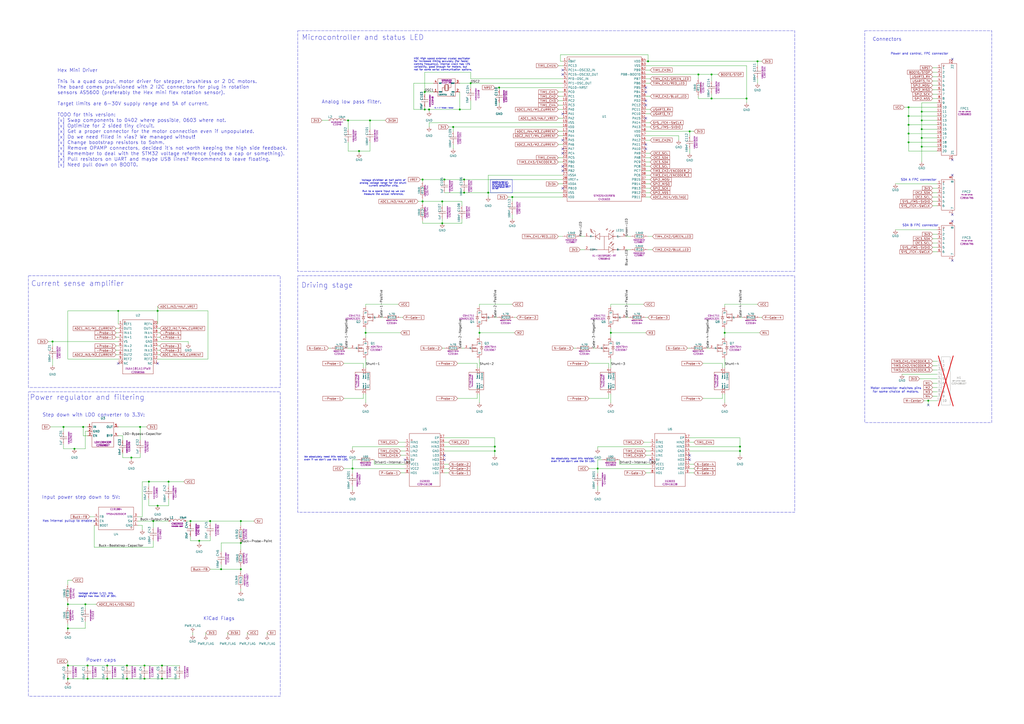
<source format=kicad_sch>
(kicad_sch (version 20250114) (generator "eeschema") (generator_version "9.0")
  (paper "A2")
  (title_block (title "Hex mini servo driver") (rev "version 0.3") (company "Hex Robotics Limited") (comment 1 "Author: Calin Mocanu"))
  (rectangle (start 16.51 227.33) (end 162.56 403.86) (stroke (width 0) (type dash)))
  (rectangle (start 501.65 17.78) (end 575.31 245.11) (stroke (width 0) (type dash)))
  (rectangle (start 172.72 160.02) (end 461.01 297.18) (stroke (width 0) (type dash)))
  (rectangle (start 16.51 160.02) (end 162.56 224.79) (stroke (width 0) (type dash)))
  (rectangle (start 172.72 17.78) (end 461.01 157.48) (stroke (width 0) (type dash)))
  (text "Hex Mini Driver\n\nThis is a quad output, motor driver for stepper, brushless or 2 DC motors.\nThe board comes provisioned with 2 I2C connectors for plug in rotation\nsensors AS5600 (preferably the Hex mini flex rotation sensor).\n\nTarget limits are 6-30V supply range and 5A of current.\n\nTODO for this version:\n[v] Swap components to 0402 where possible, 0603 where not.\n[v] Optimize for 2 sided tiny circuit.\n[x] Get a proper connector for the motor connection even if unpopulated.\n[x] Do we need filled in vias? We managed without!\n[v] Change bootstrap resistors to 5ohm.\n[v] Remove OPAMP connectors, decided it's not worth keeping the high side feedback.\n[v] Remember to deal with the STM32 voltage reference (needs a cap or something).\n[x] Pull resistors on UART and maybe USB lines? Recommend to leave floating.\n[v] Need pull down on BOOT0." (at 33.274 68.326 0) (effects (font (size 2 2)) (justify left)))
  (text "Power caps" (at 58.674 383.032 0) (effects (font (size 2 2))))
  (text "Microcontroller and status LED" (at 175.006 21.844 0) (effects (font (size 3 3)) (justify left)))
  (text "We absolutely need this resistor \neven if we don't use the 5V LDO." (at 332.486 266.954 0) (effects (font (size 1 1))))
  (text "We absolutely need this resistor \neven if we don't use the 5V LDO." (at 189.23 265.938 0) (effects (font (size 1 1))))
  (text "Power regulator and filtering" (at 50.546 230.632 0) (effects (font (size 3 3))))
  (text "HSE High speed external crystal oscillator\nfor increased timing accuracy (for faster\ncomms frequency). Internal clock has ~2%\nvariability, good enough for motors, but\nnot for some serial communication options." (at 240.03 37.338 0) (effects (font (size 1 1)) (justify left)))
  (text "Voltage dividider at half point of\nanalog voltage range for the shunt \ncurrent amplifier chip.\n\nRun to a spare input so we can\nmeasure the actual reference." (at 222.504 108.712 0) (effects (font (size 1 1))))
  (text "SDA B FPC connector" (at 533.908 130.81 0) (effects (font (size 1.27 1.27))))
  (text "Analog low pass filter." (at 203.962 59.182 0) (effects (font (size 2 2))))
  (text "Has internal pullup to enable" (at 53.594 302.26 0) (effects (font (size 1.27 1.27)) (justify right)))
  (text "Connectors" (at 514.604 22.86 0) (effects (font (size 2 2))))
  (text "Driving stage" (at 174.752 165.608 0) (effects (font (size 3 3)) (justify left)))
  (text "SDA A FPC connector" (at 532.892 104.394 0) (effects (font (size 1.27 1.27))))
  (text "Motor connector matches pins\nfor some choice of motors." (at 519.684 226.314 0) (effects (font (size 1.27 1.27))))
  (text "Voltage divider 1/11, this \ndesign has max VCC of 30V." (at 45.466 345.186 0) (effects (font (size 1 1)) (justify left)))
  (text "Current sense amplifier" (at 44.958 164.592 0) (effects (font (size 3 3))))
  (text "Step down with LDO converter to 3.3V:" (at 54.356 240.792 0) (effects (font (size 2 2))))
  (text "KiCad Flags" (at 127 358.902 0) (effects (font (size 2 2))))
  (text "CL ~= 2 * (Cload - Cstray)" (at 257.556 62.738 0) (effects (font (size 0.5 0.5))))
  (text "Input power step down to 5V:" (at 46.99 288.544 0) (effects (font (size 2 2))))
  (text "Power and control, FPC connector" (at 533.4 31.242 0) (effects (font (size 1.27 1.27))))
  (text_box "According to page 5 of STM32G4 ADC use tips a pair of decoupling caps must be placed as close to the STM32 between VREF+ and VSSA" (at 284.48 104.14 0) (size 12.7 7.62) (margins 0.9525 0.9525 0.9525 0.9525) (effects (font (size 0.5 0.5)) (justify left top)))
  (junction (at 534.67 80.01))
  (junction (at 110.49 302.26))
  (junction (at 527.05 82.55))
  (junction (at 420.37 193.04))
  (junction (at 269.24 104.14))
  (junction (at 36.83 247.65))
  (junction (at 208.28 87.63))
  (junction (at 73.66 386.08))
  (junction (at 287.02 261.62))
  (junction (at 273.05 48.26))
  (junction (at 527.05 62.23))
  (junction (at 39.37 386.08))
  (junction (at 83.82 386.08))
  (junction (at 405.13 43.18))
  (junction (at 62.23 393.7))
  (junction (at 287.02 259.08))
  (junction (at 128.27 330.2))
  (junction (at 375.92 35.56))
  (junction (at 354.33 193.04))
  (junction (at 139.7 314.96))
  (junction (at 527.05 77.47))
  (junction (at 412.75 57.15))
  (junction (at 214.63 69.85))
  (junction (at 269.24 111.76))
  (junction (at 212.09 193.04))
  (junction (at 121.92 302.26))
  (junction (at 76.2 265.43))
  (junction (at 139.7 302.26))
  (junction (at 248.92 63.5))
  (junction (at 245.11 104.14))
  (junction (at 534.67 74.93))
  (junction (at 256.54 116.84))
  (junction (at 39.37 393.7))
  (junction (at 256.54 129.54))
  (junction (at 39.37 350.52))
  (junction (at 81.28 247.65))
  (junction (at 278.13 193.04))
  (junction (at 534.67 85.09))
  (junction (at 115.57 313.69))
  (junction (at 262.89 73.66))
  (junction (at 257.81 104.14))
  (junction (at 39.37 364.49))
  (junction (at 246.38 53.34))
  (junction (at 86.36 279.4))
  (junction (at 50.8 386.08))
  (junction (at 91.44 180.34))
  (junction (at 283.21 111.76))
  (junction (at 429.26 261.62))
  (junction (at 534.67 64.77))
  (junction (at 83.82 393.7))
  (junction (at 201.93 69.85))
  (junction (at 346.71 271.78))
  (junction (at 73.66 393.7))
  (junction (at 433.07 57.15))
  (junction (at 439.42 35.56))
  (junction (at 50.8 393.7))
  (junction (at 246.38 63.5))
  (junction (at 30.48 198.12))
  (junction (at 245.11 116.84))
  (junction (at 534.67 69.85))
  (junction (at 43.18 260.35))
  (junction (at 412.75 43.18))
  (junction (at 297.18 114.3))
  (junction (at 48.26 247.65))
  (junction (at 97.79 279.4))
  (junction (at 93.98 386.08))
  (junction (at 91.44 293.37))
  (junction (at 204.47 271.78))
  (junction (at 400.05 76.2))
  (junction (at 68.58 180.34))
  (junction (at 49.53 350.52))
  (junction (at 93.98 393.7))
  (junction (at 289.56 50.8))
  (junction (at 62.23 386.08))
  (junction (at 538.48 232.41))
  (junction (at 266.7 63.5))
  (junction (at 429.26 259.08))
  (junction (at 88.9 302.26))
  (junction (at 527.05 72.39))
  (junction (at 139.7 330.2))
  (junction (at 527.05 67.31))
  (no_connect (at 326.39 81.28))
  (no_connect (at 326.39 40.64))
  (no_connect (at 552.45 34.29))
  (no_connect (at 68.58 210.82))
  (no_connect (at 326.39 43.18))
  (no_connect (at 257.81 266.7))
  (no_connect (at 326.39 99.06))
  (no_connect (at 400.05 266.7))
  (no_connect (at 326.39 66.04))
  (no_connect (at 552.45 92.71))
  (no_connect (at 326.39 109.22))
  (no_connect (at 374.65 58.42))
  (no_connect (at 326.39 88.9))
  (no_connect (at 326.39 96.52))
  (no_connect (at 552.45 124.46))
  (no_connect (at 374.65 86.36))
  (no_connect (at 374.65 83.82))
  (no_connect (at 257.81 264.16))
  (no_connect (at 234.95 266.7))
  (no_connect (at 377.19 266.7))
  (no_connect (at 374.65 68.58))
  (no_connect (at 54.61 302.26))
  (no_connect (at 400.05 264.16))
  (no_connect (at 374.65 53.34))
  (no_connect (at 91.44 210.82))
  (no_connect (at 374.65 60.96))
  (no_connect (at 374.65 50.8))
  (no_connect (at 552.45 101.6))
  (no_connect (at 538.48 234.95))
  (no_connect (at 552.45 128.27))
  (no_connect (at 552.45 151.13))
  (no_connect (at 326.39 86.36))
  (wire (pts (xy 543.56 59.69) (xy 534.67 59.69)))
  (wire (pts (xy 266.7 48.26) (xy 273.05 48.26)))
  (wire (pts (xy 54.61 304.8) (xy 54.61 317.5)))
  (wire (pts (xy 410.21 201.93) (xy 411.48 201.93)))
  (wire (pts (xy 88.9 306.07) (xy 88.9 302.26)))
  (wire (pts (xy 287.02 259.08) (xy 287.02 261.62)))
  (wire (pts (xy 359.41 266.7) (xy 359.41 269.24)))
  (wire (pts (xy 336.55 144.78) (xy 339.09 144.78)))
  (wire (pts (xy 208.28 87.63) (xy 214.63 87.63)))
  (wire (pts (xy 139.7 341.63) (xy 139.7 342.9)))
  (wire (pts (xy 534.67 64.77) (xy 534.67 69.85)))
  (wire (pts (xy 212.09 190.5) (xy 212.09 193.04)))
  (wire (pts (xy 86.36 281.94) (xy 86.36 279.4)))
  (wire (pts (xy 534.67 64.77) (xy 543.56 64.77)))
  (wire (pts (xy 354.33 190.5) (xy 354.33 193.04)))
  (wire (pts (xy 76.2 266.7) (xy 76.2 265.43)))
  (wire (pts (xy 256.54 129.54) (xy 245.11 129.54)))
  (wire (pts (xy 121.92 302.26) (xy 139.7 302.26)))
  (wire (pts (xy 393.7 78.74) (xy 393.7 81.28)))
  (wire (pts (xy 541.02 222.25) (xy 543.56 222.25)))
  (wire (pts (xy 267.97 116.84) (xy 256.54 116.84)))
  (wire (pts (xy 248.92 64.77) (xy 248.92 63.5)))
  (wire (pts (xy 260.35 256.54) (xy 257.81 256.54)))
  (wire (pts (xy 341.63 231.14) (xy 353.06 231.14)))
  (wire (pts (xy 49.53 350.52) (xy 39.37 350.52)))
  (wire (pts (xy 55.88 350.52) (xy 49.53 350.52)))
  (wire (pts (xy 267.97 129.54) (xy 267.97 127)))
  (wire (pts (xy 81.28 262.89) (xy 81.28 265.43)))
  (wire (pts (xy 375.92 31.75) (xy 375.92 35.56)))
  (wire (pts (xy 39.37 180.34) (xy 39.37 208.28)))
  (wire (pts (xy 412.75 46.99) (xy 412.75 43.18)))
  (wire (pts (xy 374.65 264.16) (xy 377.19 264.16)))
  (wire (pts (xy 278.13 233.68) (xy 278.13 228.6)))
  (wire (pts (xy 439.42 38.1) (xy 439.42 35.56)))
  (wire (pts (xy 214.63 69.85) (xy 223.52 69.85)))
  (wire (pts (xy 283.21 101.6) (xy 326.39 101.6)))
  (wire (pts (xy 260.35 269.24) (xy 257.81 269.24)))
  (wire (pts (xy 353.06 231.14) (xy 353.06 228.6)))
  (wire (pts (xy 246.38 54.61) (xy 246.38 53.34)))
  (wire (pts (xy 541.02 212.09) (xy 543.56 212.09)))
  (wire (pts (xy 86.36 293.37) (xy 91.44 293.37)))
  (wire (pts (xy 82.55 279.4) (xy 82.55 299.72)))
  (wire (pts (xy 541.02 214.63) (xy 543.56 214.63)))
  (wire (pts (xy 92.71 195.58) (xy 91.44 195.58)))
  (wire (pts (xy 377.19 96.52) (xy 374.65 96.52)))
  (wire (pts (xy 527.05 62.23) (xy 543.56 62.23)))
  (wire (pts (xy 210.82 213.36) (xy 210.82 210.82)))
  (wire (pts (xy 346.71 274.32) (xy 346.71 271.78)))
  (wire (pts (xy 257.81 104.14) (xy 269.24 104.14)))
  (wire (pts (xy 246.38 63.5) (xy 248.92 63.5)))
  (wire (pts (xy 49.53 250.19) (xy 49.53 260.35)))
  (wire (pts (xy 260.35 274.32) (xy 257.81 274.32)))
  (wire (pts (xy 543.56 82.55) (xy 527.05 82.55)))
  (wire (pts (xy 297.18 124.46) (xy 297.18 127)))
  (wire (pts (xy 93.98 393.7) (xy 104.14 393.7)))
  (wire (pts (xy 29.21 247.65) (xy 36.83 247.65)))
  (wire (pts (xy 323.85 38.1) (xy 326.39 38.1)))
  (wire (pts (xy 325.12 31.75) (xy 375.92 31.75)))
  (wire (pts (xy 201.93 74.93) (xy 201.93 69.85)))
  (wire (pts (xy 323.85 83.82) (xy 326.39 83.82)))
  (wire (pts (xy 420.37 208.28) (xy 420.37 213.36)))
  (wire (pts (xy 91.44 200.66) (xy 92.71 200.66)))
  (wire (pts (xy 86.36 289.56) (xy 86.36 293.37)))
  (wire (pts (xy 201.93 201.93) (xy 203.2 201.93)))
  (wire (pts (xy 67.31 190.5) (xy 68.58 190.5)))
  (wire (pts (xy 68.58 180.34) (xy 68.58 187.96)))
  (wire (pts (xy 36.83 260.35) (xy 43.18 260.35)))
  (wire (pts (xy 217.17 269.24) (xy 234.95 269.24)))
  (wire (pts (xy 299.72 184.15) (xy 298.45 184.15)))
  (wire (pts (xy 248.92 63.5) (xy 266.7 63.5)))
  (wire (pts (xy 67.31 200.66) (xy 68.58 200.66)))
  (wire (pts (xy 276.86 231.14) (xy 276.86 228.6)))
  (wire (pts (xy 139.7 302.26) (xy 147.32 302.26)))
  (wire (pts (xy 71.12 265.43) (xy 71.12 262.89)))
  (wire (pts (xy 543.56 87.63) (xy 527.05 87.63)))
  (wire (pts (xy 420.37 233.68) (xy 420.37 228.6)))
  (wire (pts (xy 260.35 271.78) (xy 257.81 271.78)))
  (wire (pts (xy 139.7 304.8) (xy 139.7 302.26)))
  (wire (pts (xy 41.91 336.55) (xy 39.37 336.55)))
  (wire (pts (xy 36.83 257.81) (xy 36.83 260.35)))
  (wire (pts (xy 412.75 54.61) (xy 412.75 57.15)))
  (wire (pts (xy 262.89 73.66) (xy 326.39 73.66)))
  (wire (pts (xy 283.21 111.76) (xy 326.39 111.76)))
  (wire (pts (xy 323.85 91.44) (xy 326.39 91.44)))
  (wire (pts (xy 139.7 331.47) (xy 139.7 330.2)))
  (wire (pts (xy 232.41 264.16) (xy 234.95 264.16)))
  (wire (pts (xy 353.06 213.36) (xy 353.06 210.82)))
  (wire (pts (xy 541.02 224.79) (xy 543.56 224.79)))
  (wire (pts (xy 243.84 104.14) (xy 245.11 104.14)))
  (wire (pts (xy 346.71 259.08) (xy 346.71 260.35)))
  (wire (pts (xy 346.71 266.7) (xy 346.71 271.78)))
  (wire (pts (xy 541.02 109.22) (xy 543.56 109.22)))
  (wire (pts (xy 262.89 76.2) (xy 262.89 73.66)))
  (wire (pts (xy 400.05 254) (xy 429.26 254)))
  (wire (pts (xy 210.82 231.14) (xy 210.82 228.6)))
  (wire (pts (xy 273.05 48.26) (xy 326.39 48.26)))
  (wire (pts (xy 73.66 393.7) (xy 83.82 393.7)))
  (wire (pts (xy 377.19 73.66) (xy 374.65 73.66)))
  (wire (pts (xy 374.65 45.72) (xy 377.19 45.72)))
  (wire (pts (xy 332.74 201.93) (xy 334.01 201.93)))
  (wire (pts (xy 420.37 176.53) (xy 420.37 177.8)))
  (wire (pts (xy 107.95 302.26) (xy 110.49 302.26)))
  (wire (pts (xy 39.37 351.79) (xy 39.37 350.52)))
  (wire (pts (xy 359.41 269.24) (xy 377.19 269.24)))
  (wire (pts (xy 419.1 213.36) (xy 419.1 210.82)))
  (wire (pts (xy 527.05 82.55) (xy 527.05 77.47)))
  (wire (pts (xy 269.24 111.76) (xy 283.21 111.76)))
  (wire (pts (xy 374.65 76.2) (xy 400.05 76.2)))
  (wire (pts (xy 81.28 247.65) (xy 85.09 247.65)))
  (wire (pts (xy 323.85 106.68) (xy 326.39 106.68)))
  (wire (pts (xy 83.82 386.08) (xy 93.98 386.08)))
  (wire (pts (xy 534.67 74.93) (xy 534.67 80.01)))
  (wire (pts (xy 256.54 116.84) (xy 245.11 116.84)))
  (wire (pts (xy 323.85 137.16) (xy 326.39 137.16)))
  (wire (pts (xy 439.42 45.72) (xy 439.42 48.26)))
  (wire (pts (xy 402.59 256.54) (xy 400.05 256.54)))
  (wire (pts (xy 257.81 111.76) (xy 269.24 111.76)))
  (wire (pts (xy 377.19 91.44) (xy 374.65 91.44)))
  (wire (pts (xy 298.45 193.04) (xy 278.13 193.04)))
  (wire (pts (xy 39.37 365.76) (xy 39.37 364.49)))
  (wire (pts (xy 49.53 250.19) (xy 50.8 250.19)))
  (wire (pts (xy 297.18 114.3) (xy 297.18 116.84)))
  (wire (pts (xy 88.9 302.26) (xy 80.01 302.26)))
  (wire (pts (xy 97.79 293.37) (xy 97.79 289.56)))
  (wire (pts (xy 541.02 46.99) (xy 543.56 46.99)))
  (wire (pts (xy 246.38 53.34) (xy 251.46 53.34)))
  (wire (pts (xy 245.11 105.41) (xy 245.11 104.14)))
  (wire (pts (xy 39.37 386.08) (xy 50.8 386.08)))
  (wire (pts (xy 222.25 184.15) (xy 220.98 184.15)))
  (wire (pts (xy 248.92 71.12) (xy 248.92 73.66)))
  (wire (pts (xy 199.39 210.82) (xy 210.82 210.82)))
  (wire (pts (xy 245.11 104.14) (xy 257.81 104.14)))
  (wire (pts (xy 52.07 299.72) (xy 54.61 299.72)))
  (wire (pts (xy 115.57 313.69) (xy 121.92 313.69)))
  (wire (pts (xy 289.56 50.8) (xy 326.39 50.8)))
  (wire (pts (xy 534.67 85.09) (xy 534.67 93.98)))
  (wire (pts (xy 287.02 261.62) (xy 257.81 261.62)))
  (wire (pts (xy 273.05 41.91) (xy 246.38 41.91)))
  (wire (pts (xy 541.02 138.43) (xy 543.56 138.43)))
  (wire (pts (xy 30.48 198.12) (xy 68.58 198.12)))
  (wire (pts (xy 246.38 41.91) (xy 246.38 53.34)))
  (wire (pts (xy 430.53 184.15) (xy 429.26 184.15)))
  (wire (pts (xy 36.83 250.19) (xy 36.83 247.65)))
  (wire (pts (xy 132.08 367.03) (xy 132.08 368.3)))
  (wire (pts (xy 287.02 50.8) (xy 289.56 50.8)))
  (wire (pts (xy 534.67 80.01) (xy 543.56 80.01)))
  (wire (pts (xy 30.48 208.28) (xy 30.48 212.09)))
  (wire (pts (xy 433.07 38.1) (xy 433.07 57.15)))
  (wire (pts (xy 68.58 247.65) (xy 81.28 247.65)))
  (wire (pts (xy 377.19 93.98) (xy 374.65 93.98)))
  (wire (pts (xy 538.48 232.41) (xy 543.56 232.41)))
  (wire (pts (xy 374.65 261.62) (xy 377.19 261.62)))
  (wire (pts (xy 541.02 39.37) (xy 543.56 39.37)))
  (wire (pts (xy 323.85 60.96) (xy 326.39 60.96)))
  (wire (pts (xy 50.8 393.7) (xy 62.23 393.7)))
  (wire (pts (xy 527.05 87.63) (xy 527.05 82.55)))
  (wire (pts (xy 276.86 213.36) (xy 276.86 210.82)))
  (wire (pts (xy 121.92 330.2) (xy 128.27 330.2)))
  (wire (pts (xy 121.92 303.53) (xy 121.92 302.26)))
  (wire (pts (xy 402.59 274.32) (xy 400.05 274.32)))
  (wire (pts (xy 377.19 114.3) (xy 374.65 114.3)))
  (wire (pts (xy 39.37 208.28) (xy 68.58 208.28)))
  (wire (pts (xy 67.31 195.58) (xy 68.58 195.58)))
  (wire (pts (xy 71.12 252.73) (xy 68.58 252.73)))
  (wire (pts (xy 214.63 69.85) (xy 214.63 74.93)))
  (wire (pts (xy 323.85 93.98) (xy 326.39 93.98)))
  (wire (pts (xy 97.79 302.26) (xy 88.9 302.26)))
  (wire (pts (xy 121.92 313.69) (xy 121.92 311.15)))
  (wire (pts (xy 405.13 43.18) (xy 405.13 45.72)))
  (wire (pts (xy 429.26 264.16) (xy 429.26 261.62)))
  (wire (pts (xy 377.19 109.22) (xy 374.65 109.22)))
  (wire (pts (xy 344.17 201.93) (xy 345.44 201.93)))
  (wire (pts (xy 204.47 266.7) (xy 204.47 271.78)))
  (wire (pts (xy 97.79 279.4) (xy 97.79 281.94)))
  (wire (pts (xy 541.02 209.55) (xy 543.56 209.55)))
  (wire (pts (xy 201.93 87.63) (xy 208.28 87.63)))
  (wire (pts (xy 377.19 55.88) (xy 374.65 55.88)))
  (wire (pts (xy 377.19 99.06) (xy 374.65 99.06)))
  (wire (pts (xy 377.19 111.76) (xy 374.65 111.76)))
  (wire (pts (xy 245.11 118.11) (xy 245.11 116.84)))
  (wire (pts (xy 267.97 201.93) (xy 269.24 201.93)))
  (wire (pts (xy 400.05 76.2) (xy 402.59 76.2)))
  (wire (pts (xy 429.26 261.62) (xy 400.05 261.62)))
  (wire (pts (xy 377.19 106.68) (xy 374.65 106.68)))
  (wire (pts (xy 143.51 368.3) (xy 143.51 367.03)))
  (wire (pts (xy 289.56 52.07) (xy 289.56 50.8)))
  (wire (pts (xy 128.27 314.96) (xy 128.27 320.04)))
  (wire (pts (xy 364.49 184.15) (xy 363.22 184.15)))
  (wire (pts (xy 232.41 274.32) (xy 234.95 274.32)))
  (wire (pts (xy 398.78 201.93) (xy 400.05 201.93)))
  (wire (pts (xy 400.05 86.36) (xy 400.05 88.9)))
  (wire (pts (xy 534.67 69.85) (xy 534.67 74.93)))
  (wire (pts (xy 377.19 71.12) (xy 374.65 71.12)))
  (wire (pts (xy 91.44 180.34) (xy 120.65 180.34)))
  (wire (pts (xy 273.05 45.72) (xy 273.05 41.91)))
  (wire (pts (xy 354.33 176.53) (xy 354.33 177.8)))
  (wire (pts (xy 260.35 73.66) (xy 262.89 73.66)))
  (wire (pts (xy 541.02 140.97) (xy 543.56 140.97)))
  (wire (pts (xy 541.02 227.33) (xy 543.56 227.33)))
  (wire (pts (xy 93.98 386.08) (xy 104.14 386.08)))
  (wire (pts (xy 49.53 360.68) (xy 49.53 364.49)))
  (wire (pts (xy 62.23 386.08) (xy 73.66 386.08)))
  (wire (pts (xy 39.37 394.97) (xy 39.37 393.7)))
  (wire (pts (xy 440.69 193.04) (xy 420.37 193.04)))
  (wire (pts (xy 30.48 200.66) (xy 30.48 198.12)))
  (wire (pts (xy 377.19 81.28) (xy 374.65 81.28)))
  (wire (pts (xy 541.02 52.07) (xy 543.56 52.07)))
  (wire (pts (xy 519.43 106.68) (xy 543.56 106.68)))
  (wire (pts (xy 527.05 77.47) (xy 527.05 72.39)))
  (wire (pts (xy 273.05 63.5) (xy 273.05 58.42)))
  (wire (pts (xy 374.65 35.56) (xy 375.92 35.56)))
  (wire (pts (xy 186.69 69.85) (xy 190.5 69.85)))
  (wire (pts (xy 519.43 133.35) (xy 543.56 133.35)))
  (wire (pts (xy 128.27 330.2) (xy 139.7 330.2)))
  (wire (pts (xy 154.94 368.3) (xy 154.94 367.03)))
  (wire (pts (xy 67.31 205.74) (xy 68.58 205.74)))
  (wire (pts (xy 91.44 180.34) (xy 91.44 187.96)))
  (wire (pts (xy 534.67 74.93) (xy 543.56 74.93)))
  (wire (pts (xy 524.51 62.23) (xy 527.05 62.23)))
  (wire (pts (xy 83.82 393.7) (xy 93.98 393.7)))
  (wire (pts (xy 400.05 259.08) (xy 429.26 259.08)))
  (wire (pts (xy 407.67 231.14) (xy 419.1 231.14)))
  (wire (pts (xy 402.59 269.24) (xy 400.05 269.24)))
  (wire (pts (xy 323.85 53.34) (xy 326.39 53.34)))
  (wire (pts (xy 374.65 274.32) (xy 377.19 274.32)))
  (wire (pts (xy 91.44 208.28) (xy 120.65 208.28)))
  (wire (pts (xy 128.27 330.2) (xy 128.27 327.66)))
  (wire (pts (xy 212.09 176.53) (xy 212.09 177.8)))
  (wire (pts (xy 377.19 66.04) (xy 374.65 66.04)))
  (wire (pts (xy 199.39 271.78) (xy 204.47 271.78)))
  (wire (pts (xy 265.43 210.82) (xy 276.86 210.82)))
  (wire (pts (xy 245.11 116.84) (xy 242.57 116.84)))
  (wire (pts (xy 201.93 82.55) (xy 201.93 87.63)))
  (wire (pts (xy 115.57 314.96) (xy 115.57 313.69)))
  (wire (pts (xy 217.17 266.7) (xy 217.17 269.24)))
  (wire (pts (xy 39.37 393.7) (xy 50.8 393.7)))
  (wire (pts (xy 86.36 279.4) (xy 97.79 279.4)))
  (wire (pts (xy 538.48 232.41) (xy 538.48 234.95)))
  (wire (pts (xy 534.67 80.01) (xy 534.67 85.09)))
  (wire (pts (xy 405.13 57.15) (xy 412.75 57.15)))
  (wire (pts (xy 429.26 254) (xy 429.26 259.08)))
  (wire (pts (xy 416.56 43.18) (xy 412.75 43.18)))
  (wire (pts (xy 354.33 208.28) (xy 354.33 213.36)))
  (wire (pts (xy 139.7 330.2) (xy 139.7 328.93)))
  (wire (pts (xy 212.09 208.28) (xy 212.09 213.36)))
  (wire (pts (xy 278.13 208.28) (xy 278.13 213.36)))
  (wire (pts (xy 110.49 313.69) (xy 110.49 311.15)))
  (wire (pts (xy 373.38 176.53) (xy 354.33 176.53)))
  (wire (pts (xy 139.7 314.96) (xy 139.7 318.77)))
  (wire (pts (xy 405.13 55.88) (xy 405.13 57.15)))
  (wire (pts (xy 377.19 48.26) (xy 374.65 48.26)))
  (wire (pts (xy 257.81 254) (xy 287.02 254)))
  (wire (pts (xy 533.4 219.71) (xy 543.56 219.71)))
  (wire (pts (xy 43.18 260.35) (xy 49.53 260.35)))
  (wire (pts (xy 39.37 383.54) (xy 39.37 386.08)))
  (wire (pts (xy 109.22 198.12) (xy 91.44 198.12)))
  (wire (pts (xy 92.71 205.74) (xy 91.44 205.74)))
  (wire (pts (xy 412.75 57.15) (xy 433.07 57.15)))
  (wire (pts (xy 91.44 293.37) (xy 97.79 293.37)))
  (wire (pts (xy 439.42 35.56) (xy 441.96 35.56)))
  (wire (pts (xy 294.64 114.3) (xy 297.18 114.3)))
  (wire (pts (xy 541.02 44.45) (xy 543.56 44.45)))
  (wire (pts (xy 419.1 231.14) (xy 419.1 228.6)))
  (wire (pts (xy 541.02 114.3) (xy 543.56 114.3)))
  (wire (pts (xy 541.02 41.91) (xy 543.56 41.91)))
  (wire (pts (xy 49.53 350.52) (xy 49.53 353.06)))
  (wire (pts (xy 248.92 71.12) (xy 326.39 71.12)))
  (wire (pts (xy 541.02 57.15) (xy 543.56 57.15)))
  (wire (pts (xy 54.61 317.5) (xy 88.9 317.5)))
  (wire (pts (xy 375.92 35.56) (xy 439.42 35.56)))
  (wire (pts (xy 200.66 69.85) (xy 201.93 69.85)))
  (wire (pts (xy 92.71 193.04) (xy 91.44 193.04)))
  (wire (pts (xy 346.71 271.78) (xy 377.19 271.78)))
  (wire (pts (xy 68.58 180.34) (xy 91.44 180.34)))
  (wire (pts (xy 207.01 266.7) (xy 204.47 266.7)))
  (wire (pts (xy 232.41 261.62) (xy 234.95 261.62)))
  (wire (pts (xy 323.85 58.42) (xy 326.39 58.42)))
  (wire (pts (xy 377.19 101.6) (xy 374.65 101.6)))
  (wire (pts (xy 378.46 137.16) (xy 375.92 137.16)))
  (wire (pts (xy 407.67 210.82) (xy 419.1 210.82)))
  (wire (pts (xy 541.02 116.84) (xy 543.56 116.84)))
  (wire (pts (xy 50.8 252.73) (xy 48.26 252.73)))
  (wire (pts (xy 82.55 299.72) (xy 80.01 299.72)))
  (wire (pts (xy 256.54 201.93) (xy 257.81 201.93)))
  (wire (pts (xy 273.05 45.72) (xy 326.39 45.72)))
  (wire (pts (xy 110.49 313.69) (xy 115.57 313.69)))
  (wire (pts (xy 400.05 78.74) (xy 400.05 76.2)))
  (wire (pts (xy 346.71 281.94) (xy 346.71 284.48)))
  (wire (pts (xy 323.85 55.88) (xy 326.39 55.88)))
  (wire (pts (xy 278.13 190.5) (xy 278.13 193.04)))
  (wire (pts (xy 201.93 69.85) (xy 214.63 69.85)))
  (wire (pts (xy 110.49 303.53) (xy 110.49 302.26)))
  (wire (pts (xy 283.21 101.6) (xy 283.21 111.76)))
  (wire (pts (xy 111.76 367.03) (xy 111.76 368.3)))
  (wire (pts (xy 278.13 176.53) (xy 278.13 177.8)))
  (wire (pts (xy 523.24 217.17) (xy 543.56 217.17)))
  (wire (pts (xy 231.14 176.53) (xy 212.09 176.53)))
  (wire (pts (xy 240.03 48.26) (xy 240.03 63.5)))
  (wire (pts (xy 232.41 193.04) (xy 212.09 193.04)))
  (wire (pts (xy 541.02 49.53) (xy 543.56 49.53)))
  (wire (pts (xy 534.67 69.85) (xy 543.56 69.85)))
  (wire (pts (xy 199.39 231.14) (xy 210.82 231.14)))
  (wire (pts (xy 534.67 85.09) (xy 543.56 85.09)))
  (wire (pts (xy 91.44 203.2) (xy 92.71 203.2)))
  (wire (pts (xy 273.05 50.8) (xy 273.05 48.26)))
  (wire (pts (xy 541.02 146.05) (xy 543.56 146.05)))
  (wire (pts (xy 420.37 193.04) (xy 420.37 195.58)))
  (wire (pts (xy 48.26 252.73) (xy 48.26 247.65)))
  (wire (pts (xy 246.38 62.23) (xy 246.38 63.5)))
  (wire (pts (xy 336.55 137.16) (xy 339.09 137.16)))
  (wire (pts (xy 190.5 201.93) (xy 191.77 201.93)))
  (wire (pts (xy 541.02 54.61) (xy 543.56 54.61)))
  (wire (pts (xy 82.55 279.4) (xy 86.36 279.4)))
  (wire (pts (xy 212.09 233.68) (xy 212.09 228.6)))
  (wire (pts (xy 49.53 364.49) (xy 39.37 364.49)))
  (wire (pts (xy 363.22 137.16) (xy 365.76 137.16)))
  (wire (pts (xy 288.29 184.15) (xy 287.02 184.15)))
  (wire (pts (xy 73.66 386.08) (xy 83.82 386.08)))
  (wire (pts (xy 323.85 76.2) (xy 326.39 76.2)))
  (wire (pts (xy 76.2 265.43) (xy 81.28 265.43)))
  (wire (pts (xy 402.59 271.78) (xy 400.05 271.78)))
  (wire (pts (xy 204.47 274.32) (xy 204.47 271.78)))
  (wire (pts (xy 39.37 336.55) (xy 39.37 339.09)))
  (wire (pts (xy 269.24 104.14) (xy 326.39 104.14)))
  (wire (pts (xy 212.09 193.04) (xy 212.09 195.58)))
  (wire (pts (xy 297.18 114.3) (xy 326.39 114.3)))
  (wire (pts (xy 541.02 135.89) (xy 543.56 135.89)))
  (wire (pts (xy 39.37 350.52) (xy 39.37 349.25)))
  (wire (pts (xy 214.63 87.63) (xy 214.63 82.55)))
  (wire (pts (xy 256.54 127) (xy 256.54 129.54)))
  (wire (pts (xy 375.92 184.15) (xy 374.65 184.15)))
  (wire (pts (xy 82.55 304.8) (xy 80.01 304.8)))
  (wire (pts (xy 119.38 367.03) (xy 119.38 368.3)))
  (wire (pts (xy 50.8 386.08) (xy 62.23 386.08)))
  (wire (pts (xy 62.23 393.7) (xy 73.66 393.7)))
  (wire (pts (xy 377.19 259.08) (xy 346.71 259.08)))
  (wire (pts (xy 527.05 72.39) (xy 527.05 67.31)))
  (wire (pts (xy 377.19 63.5) (xy 374.65 63.5)))
  (wire (pts (xy 297.18 176.53) (xy 278.13 176.53)))
  (wire (pts (xy 377.19 40.64) (xy 374.65 40.64)))
  (wire (pts (xy 412.75 43.18) (xy 405.13 43.18)))
  (wire (pts (xy 71.12 255.27) (xy 71.12 252.73)))
  (wire (pts (xy 204.47 281.94) (xy 204.47 284.48)))
  (wire (pts (xy 543.56 77.47) (xy 527.05 77.47)))
  (wire (pts (xy 543.56 72.39) (xy 527.05 72.39)))
  (wire (pts (xy 373.38 256.54) (xy 377.19 256.54)))
  (wire (pts (xy 267.97 119.38) (xy 267.97 116.84)))
  (wire (pts (xy 323.85 68.58) (xy 326.39 68.58)))
  (wire (pts (xy 91.44 177.8) (xy 91.44 180.34)))
  (wire (pts (xy 278.13 193.04) (xy 278.13 195.58)))
  (wire (pts (xy 323.85 63.5) (xy 326.39 63.5)))
  (wire (pts (xy 48.26 247.65) (xy 50.8 247.65)))
  (wire (pts (xy 534.67 59.69) (xy 534.67 64.77)))
  (wire (pts (xy 109.22 199.39) (xy 109.22 198.12)))
  (wire (pts (xy 39.37 364.49) (xy 39.37 361.95)))
  (wire (pts (xy 204.47 259.08) (xy 204.47 260.35)))
  (wire (pts (xy 67.31 203.2) (xy 68.58 203.2)))
  (wire (pts (xy 256.54 116.84) (xy 256.54 119.38)))
  (wire (pts (xy 265.43 231.14) (xy 276.86 231.14)))
  (wire (pts (xy 71.12 265.43) (xy 76.2 265.43)))
  (wire (pts (xy 543.56 67.31) (xy 527.05 67.31)))
  (wire (pts (xy 541.02 229.87) (xy 543.56 229.87)))
  (wire (pts (xy 405.13 43.18) (xy 374.65 43.18)))
  (wire (pts (xy 378.46 144.78) (xy 375.92 144.78)))
  (wire (pts (xy 429.26 259.08) (xy 429.26 261.62)))
  (wire (pts (xy 36.83 247.65) (xy 48.26 247.65)))
  (wire (pts (xy 110.49 302.26) (xy 121.92 302.26)))
  (wire (pts (xy 240.03 63.5) (xy 246.38 63.5)))
  (wire (pts (xy 81.28 255.27) (xy 81.28 247.65)))
  (wire (pts (xy 256.54 129.54) (xy 267.97 129.54)))
  (wire (pts (xy 541.02 111.76) (xy 543.56 111.76)))
  (wire (pts (xy 97.79 279.4) (xy 106.68 279.4)))
  (wire (pts (xy 266.7 53.34) (xy 266.7 63.5)))
  (wire (pts (xy 245.11 129.54) (xy 245.11 128.27)))
  (wire (pts (xy 541.02 119.38) (xy 543.56 119.38)))
  (wire (pts (xy 231.14 256.54) (xy 234.95 256.54)))
  (wire (pts (xy 363.22 144.78) (xy 365.76 144.78)))
  (wire (pts (xy 354.33 233.68) (xy 354.33 228.6)))
  (wire (pts (xy 326.39 35.56) (xy 325.12 35.56)))
  (wire (pts (xy 374.65 193.04) (xy 354.33 193.04)))
  (wire (pts (xy 341.63 210.82) (xy 353.06 210.82)))
  (wire (pts (xy 27.94 198.12) (xy 30.48 198.12)))
  (wire (pts (xy 283.21 111.76) (xy 283.21 114.3)))
  (wire (pts (xy 433.07 57.15) (xy 433.07 59.69)))
  (wire (pts (xy 245.11 116.84) (xy 245.11 115.57)))
  (wire (pts (xy 289.56 60.96) (xy 289.56 59.69)))
  (wire (pts (xy 439.42 176.53) (xy 420.37 176.53)))
  (wire (pts (xy 354.33 193.04) (xy 354.33 195.58)))
  (wire (pts (xy 341.63 271.78) (xy 346.71 271.78)))
  (wire (pts (xy 535.94 232.41) (xy 538.48 232.41)))
  (wire (pts (xy 374.65 38.1) (xy 433.07 38.1)))
  (wire (pts (xy 82.55 307.34) (xy 82.55 304.8)))
  (wire (pts (xy 441.96 184.15) (xy 440.69 184.15)))
  (wire (pts (xy 266.7 63.5) (xy 273.05 63.5)))
  (wire (pts (xy 120.65 180.34) (xy 120.65 208.28)))
  (wire (pts (xy 377.19 88.9) (xy 374.65 88.9)))
  (wire (pts (xy 374.65 78.74) (xy 393.7 78.74)))
  (wire (pts (xy 251.46 48.26) (xy 240.03 48.26)))
  (wire (pts (xy 204.47 271.78) (xy 234.95 271.78)))
  (wire (pts (xy 67.31 193.04) (xy 68.58 193.04)))
  (wire (pts (xy 39.37 180.34) (xy 68.58 180.34)))
  (wire (pts (xy 128.27 314.96) (xy 139.7 314.96)))
  (wire (pts (xy 349.25 266.7) (xy 346.71 266.7)))
  (wire (pts (xy 88.9 313.69) (xy 88.9 317.5)))
  (wire (pts (xy 420.37 190.5) (xy 420.37 193.04)))
  (wire (pts (xy 541.02 143.51) (xy 543.56 143.51)))
  (wire (pts (xy 377.19 104.14) (xy 374.65 104.14)))
  (wire (pts (xy 287.02 264.16) (xy 287.02 261.62)))
  (wire (pts (xy 262.89 83.82) (xy 262.89 86.36)))
  (wire (pts (xy 257.81 259.08) (xy 287.02 259.08)))
  (wire (pts (xy 208.28 88.9) (xy 208.28 87.63)))
  (wire (pts (xy 92.71 190.5) (xy 91.44 190.5)))
  (wire (pts (xy 325.12 35.56) (xy 325.12 31.75)))
  (wire (pts (xy 527.05 67.31) (xy 527.05 62.23)))
  (wire (pts (xy 233.68 184.15) (xy 232.41 184.15)))
  (wire (pts (xy 287.02 254) (xy 287.02 259.08)))
  (wire (pts (xy 323.85 78.74) (xy 326.39 78.74)))
  (wire (pts (xy 234.95 259.08) (xy 204.47 259.08)))
  (label "Gate-2-Negative" (at 267.97 201.93 90))
  (label "Gate-4-Negative" (at 411.48 201.93 90))
  (label "Red-LED" (at 337.82 137.16 90))
  (label "Shunt-3" (at 354.33 212.09 0))
  (label "Shunt-2" (at 278.13 212.09 0))
  (label "Buck-Bootstrap-Capacitor" (at 57.15 317.5 0))
  (label "Gate-4-Positive" (at 430.53 184.15 90))
  (label "Gate-3-Negative" (at 345.44 201.93 90))
  (label "Blue-LED" (at 364.49 144.78 270))
  (label "Buck-Probe-Point" (at 139.7 314.96 0))
  (label "Shunt-1" (at 212.09 212.09 0))
  (label "OSC1" (at 246.38 53.34 0))
  (label "Gate-3-Positive" (at 364.49 184.15 90))
  (label "OSC2" (at 273.05 48.26 0))
  (label "Driver1-internal-LDO" (at 217.17 269.24 0))
  (label "Gate-2-Positive" (at 288.29 184.15 90))
  (label "Gate-1-Positive" (at 222.25 184.15 90))
  (label "LDO-Bypass-Capacitor" (at 71.12 252.73 0))
  (label "Driver2-internal-LDO" (at 359.41 269.24 0))
  (label "Gate-1-Negative" (at 201.93 201.93 90))
  (label "Buck-Output-SW" (at 81.28 302.26 0))
  (label "Green-LED" (at 364.49 137.16 90))
  (label "Shunt-4" (at 420.37 212.09 0))
  (global_label "SPI2_MOSI" (shape input) (at 541.02 49.53 180) (property "Intersheetrefs" "${INTERSHEET_REFS}" (effects (hide yes))))
  (global_label "SYS_JTCK-SWCLK" (shape input) (at 541.02 146.05 180) (property "Intersheetrefs" "${INTERSHEET_REFS}" (effects (hide yes))))
  (global_label "N-Gate-1" (shape input) (at 190.5 201.93 180) (property "Intersheetrefs" "${INTERSHEET_REFS}" (effects (hide yes))))
  (global_label "+Probe-3" (shape input) (at 92.71 200.66 0) (property "Intersheetrefs" "${INTERSHEET_REFS}" (effects (hide yes))))
  (global_label "TIM1_CH3N" (shape input) (at 377.19 40.64 0) (property "Intersheetrefs" "${INTERSHEET_REFS}" (effects (hide yes))))
  (global_label "VCC" (shape input) (at 39.37 383.54 180) (property "Intersheetrefs" "${INTERSHEET_REFS}" (effects (hide yes))))
  (global_label "5V" (shape input) (at 29.21 247.65 180) (property "Intersheetrefs" "${INTERSHEET_REFS}" (effects (hide yes))))
  (global_label "M4" (shape input) (at 440.69 193.04 0) (property "Intersheetrefs" "${INTERSHEET_REFS}" (effects (hide yes))))
  (global_label "TIM1_CH1N" (shape input) (at 232.41 264.16 180) (property "Intersheetrefs" "${INTERSHEET_REFS}" (effects (hide yes))))
  (global_label "USART3_TX" (shape input) (at 377.19 66.04 0) (property "Intersheetrefs" "${INTERSHEET_REFS}" (effects (hide yes))))
  (global_label "TIM2_CH2{slash}BLUE_LED" (shape input) (at 378.46 144.78 0) (property "Intersheetrefs" "${INTERSHEET_REFS}" (effects (hide yes))))
  (global_label "SYS_JTCK-SWCLK" (shape input) (at 377.19 71.12 0) (property "Intersheetrefs" "${INTERSHEET_REFS}" (effects (hide yes))))
  (global_label "P-Gate-3" (shape input) (at 375.92 184.15 0) (property "Intersheetrefs" "${INTERSHEET_REFS}" (effects (hide yes))))
  (global_label "TIM3_CH3{slash}ENCODER_3" (shape input) (at 323.85 93.98 180) (property "Intersheetrefs" "${INTERSHEET_REFS}" (effects (hide yes))))
  (global_label "ADC1_IN1{slash}M1_CURRENT" (shape input) (at 67.31 190.5 180) (property "Intersheetrefs" "${INTERSHEET_REFS}" (effects (hide yes))))
  (global_label "ADC2_IN17{slash}M4_CURRENT" (shape input) (at 323.85 78.74 180) (property "Intersheetrefs" "${INTERSHEET_REFS}" (effects (hide yes))))
  (global_label "ADC1_IN3{slash}HALF_VREF" (shape input) (at 242.57 116.84 180) (property "Intersheetrefs" "${INTERSHEET_REFS}" (effects (hide yes))))
  (global_label "M3" (shape input) (at 541.02 227.33 180) (property "Intersheetrefs" "${INTERSHEET_REFS}" (effects (hide yes))))
  (global_label "-Probe-4" (shape input) (at 407.67 231.14 180) (property "Intersheetrefs" "${INTERSHEET_REFS}" (effects (hide yes))))
  (global_label "USART3_RX" (shape input) (at 541.02 44.45 180) (property "Intersheetrefs" "${INTERSHEET_REFS}" (effects (hide yes))))
  (global_label "BOOT0{slash}STOP" (shape input) (at 416.56 43.18 0) (property "Intersheetrefs" "${INTERSHEET_REFS}" (effects (hide yes))))
  (global_label "VCC" (shape input) (at 231.14 176.53 0) (property "Intersheetrefs" "${INTERSHEET_REFS}" (effects (hide yes))))
  (global_label "N-Gate-4" (shape input) (at 398.78 201.93 180) (property "Intersheetrefs" "${INTERSHEET_REFS}" (effects (hide yes))))
  (global_label "TIM4_CH1{slash}RED_LED" (shape input) (at 377.19 48.26 0) (property "Intersheetrefs" "${INTERSHEET_REFS}" (effects (hide yes))))
  (global_label "TIM1_CH4" (shape input) (at 402.59 256.54 0) (property "Intersheetrefs" "${INTERSHEET_REFS}" (effects (hide yes))))
  (global_label "ADC1_IN1{slash}M1_CURRENT" (shape input) (at 323.85 63.5 180) (property "Intersheetrefs" "${INTERSHEET_REFS}" (effects (hide yes))))
  (global_label "TIM1_CH3" (shape input) (at 323.85 58.42 180) (property "Intersheetrefs" "${INTERSHEET_REFS}" (effects (hide yes))))
  (global_label "ADC2_IN14{slash}VOLTAGE" (shape input) (at 55.88 350.52 0) (property "Intersheetrefs" "${INTERSHEET_REFS}" (effects (hide yes))))
  (global_label "N-Gate-3" (shape input) (at 332.74 201.93 180) (property "Intersheetrefs" "${INTERSHEET_REFS}" (effects (hide yes))))
  (global_label "P-Gate-4" (shape input) (at 441.96 184.15 0) (property "Intersheetrefs" "${INTERSHEET_REFS}" (effects (hide yes))))
  (global_label "VCC" (shape input) (at 106.68 279.4 0) (property "Intersheetrefs" "${INTERSHEET_REFS}" (effects (hide yes))))
  (global_label "VCC" (shape input) (at 41.91 336.55 0) (property "Intersheetrefs" "${INTERSHEET_REFS}" (effects (hide yes))))
  (global_label "I2C3_SCL" (shape input) (at 377.19 96.52 0) (property "Intersheetrefs" "${INTERSHEET_REFS}" (effects (hide yes))))
  (global_label "M3" (shape input) (at 374.65 193.04 0) (property "Intersheetrefs" "${INTERSHEET_REFS}" (effects (hide yes))))
  (global_label "BOOT0{slash}STOP" (shape input) (at 541.02 41.91 180) (property "Intersheetrefs" "${INTERSHEET_REFS}" (effects (hide yes))))
  (global_label "I2C3_SDA" (shape input) (at 541.02 138.43 180) (property "Intersheetrefs" "${INTERSHEET_REFS}" (effects (hide yes))))
  (global_label "M1" (shape input) (at 232.41 193.04 0) (property "Intersheetrefs" "${INTERSHEET_REFS}" (effects (hide yes))))
  (global_label "3V3" (shape input) (at 186.69 69.85 180) (property "Intersheetrefs" "${INTERSHEET_REFS}" (effects (hide yes))))
  (global_label "3V3A" (shape input) (at 132.08 367.03 0) (property "Intersheetrefs" "${INTERSHEET_REFS}" (effects (hide yes))))
  (global_label "M-Center" (shape input) (at 535.94 232.41 180) (property "Intersheetrefs" "${INTERSHEET_REFS}" (effects (hide yes))))
  (global_label "VREF" (shape input) (at 243.84 104.14 180) (property "Intersheetrefs" "${INTERSHEET_REFS}" (effects (hide yes))))
  (global_label "3V3" (shape input) (at 541.02 109.22 180) (property "Intersheetrefs" "${INTERSHEET_REFS}" (effects (hide yes))))
  (global_label "VCC" (shape input) (at 341.63 271.78 180) (property "Intersheetrefs" "${INTERSHEET_REFS}" (effects (hide yes))))
  (global_label "N-Gate-3" (shape input) (at 402.59 274.32 0) (property "Intersheetrefs" "${INTERSHEET_REFS}" (effects (hide yes))))
  (global_label "I2C2_SCL" (shape input) (at 377.19 88.9 0) (property "Intersheetrefs" "${INTERSHEET_REFS}" (effects (hide yes))))
  (global_label "VCC" (shape input) (at 199.39 271.78 180) (property "Intersheetrefs" "${INTERSHEET_REFS}" (effects (hide yes))))
  (global_label "3V3" (shape input) (at 119.38 367.03 0) (property "Intersheetrefs" "${INTERSHEET_REFS}" (effects (hide yes))))
  (global_label "-Probe-2" (shape input) (at 265.43 231.14 180) (property "Intersheetrefs" "${INTERSHEET_REFS}" (effects (hide yes))))
  (global_label "P-Gate-1" (shape input) (at 232.41 274.32 180) (property "Intersheetrefs" "${INTERSHEET_REFS}" (effects (hide yes))))
  (global_label "TIM1_CH2N" (shape input) (at 232.41 261.62 180) (property "Intersheetrefs" "${INTERSHEET_REFS}" (effects (hide yes))))
  (global_label "3V3" (shape input) (at 336.55 144.78 180) (property "Intersheetrefs" "${INTERSHEET_REFS}" (effects (hide yes))))
  (global_label "3V3" (shape input) (at 541.02 135.89 180) (property "Intersheetrefs" "${INTERSHEET_REFS}" (effects (hide yes))))
  (global_label "NRST" (shape input) (at 541.02 39.37 180) (property "Intersheetrefs" "${INTERSHEET_REFS}" (effects (hide yes))))
  (global_label "N-Gate-4" (shape input) (at 402.59 269.24 0) (property "Intersheetrefs" "${INTERSHEET_REFS}" (effects (hide yes))))
  (global_label "VCC" (shape input) (at 439.42 176.53 0) (property "Intersheetrefs" "${INTERSHEET_REFS}" (effects (hide yes))))
  (global_label "TIM1_CH2N" (shape input) (at 377.19 81.28 0) (property "Intersheetrefs" "${INTERSHEET_REFS}" (effects (hide yes))))
  (global_label "SPI2_SCK" (shape input) (at 541.02 54.61 180) (property "Intersheetrefs" "${INTERSHEET_REFS}" (effects (hide yes))))
  (global_label "ADC2_IN3{slash}M2_CURRENT" (shape input) (at 67.31 205.74 180) (property "Intersheetrefs" "${INTERSHEET_REFS}" (effects (hide yes))))
  (global_label "3V3" (shape input) (at 533.4 219.71 180) (property "Intersheetrefs" "${INTERSHEET_REFS}" (effects (hide yes))))
  (global_label "M1" (shape input) (at 541.02 222.25 180) (property "Intersheetrefs" "${INTERSHEET_REFS}" (effects (hide yes))))
  (global_label "VCC" (shape input) (at 143.51 367.03 0) (property "Intersheetrefs" "${INTERSHEET_REFS}" (effects (hide yes))))
  (global_label "3V3" (shape input) (at 27.94 198.12 180) (property "Intersheetrefs" "${INTERSHEET_REFS}" (effects (hide yes))))
  (global_label "I2C3_SCL" (shape input) (at 541.02 140.97 180) (property "Intersheetrefs" "${INTERSHEET_REFS}" (effects (hide yes))))
  (global_label "USART3_TX" (shape input) (at 541.02 46.99 180) (property "Intersheetrefs" "${INTERSHEET_REFS}" (effects (hide yes))))
  (global_label "TIM3_CH1{slash}ENCODER_1" (shape input) (at 377.19 101.6 0) (property "Intersheetrefs" "${INTERSHEET_REFS}" (effects (hide yes))))
  (global_label "TIM1_CH2" (shape input) (at 323.85 55.88 180) (property "Intersheetrefs" "${INTERSHEET_REFS}" (effects (hide yes))))
  (global_label "P-Gate-2" (shape input) (at 260.35 271.78 0) (property "Intersheetrefs" "${INTERSHEET_REFS}" (effects (hide yes))))
  (global_label "5V" (shape input) (at 147.32 302.26 0) (property "Intersheetrefs" "${INTERSHEET_REFS}" (effects (hide yes))))
  (global_label "TIM3_CH1{slash}ENCODER_1" (shape input) (at 541.02 209.55 180) (property "Intersheetrefs" "${INTERSHEET_REFS}" (effects (hide yes))))
  (global_label "P-Gate-1" (shape input) (at 233.68 184.15 0) (property "Intersheetrefs" "${INTERSHEET_REFS}" (effects (hide yes))))
  (global_label "Buck-FB" (shape input) (at 121.92 330.2 180) (property "Intersheetrefs" "${INTERSHEET_REFS}" (effects (hide yes))))
  (global_label "P-Gate-3" (shape input) (at 374.65 274.32 180) (property "Intersheetrefs" "${INTERSHEET_REFS}" (effects (hide yes))))
  (global_label "SPI2_NSS" (shape input) (at 541.02 57.15 180) (property "Intersheetrefs" "${INTERSHEET_REFS}" (effects (hide yes))))
  (global_label "ADC1_IN4{slash}M3_CURRENT" (shape input) (at 92.71 205.74 0) (property "Intersheetrefs" "${INTERSHEET_REFS}" (effects (hide yes))))
  (global_label "ADC2_IN17{slash}M4_CURRENT" (shape input) (at 92.71 190.5 0) (property "Intersheetrefs" "${INTERSHEET_REFS}" (effects (hide yes))))
  (global_label "TIM1_CH4N" (shape input) (at 323.85 91.44 180) (property "Intersheetrefs" "${INTERSHEET_REFS}" (effects (hide yes))))
  (global_label "ADC1_IN3{slash}HALF_VREF" (shape input) (at 323.85 68.58 180) (property "Intersheetrefs" "${INTERSHEET_REFS}" (effects (hide yes))))
  (global_label "SPI2_MOSI" (shape input) (at 377.19 104.14 0) (property "Intersheetrefs" "${INTERSHEET_REFS}" (effects (hide yes))))
  (global_label "TIM1_CH4" (shape input) (at 323.85 60.96 180) (property "Intersheetrefs" "${INTERSHEET_REFS}" (effects (hide yes))))
  (global_label "-Probe-1" (shape input) (at 67.31 193.04 180) (property "Intersheetrefs" "${INTERSHEET_REFS}" (effects (hide yes))))
  (global_label "N-Gate-1" (shape input) (at 260.35 274.32 0) (property "Intersheetrefs" "${INTERSHEET_REFS}" (effects (hide yes))))
  (global_label "3V3" (shape input) (at 85.09 247.65 0) (property "Intersheetrefs" "${INTERSHEET_REFS}" (effects (hide yes))))
  (global_label "N-Gate-2" (shape input) (at 260.35 269.24 0) (property "Intersheetrefs" "${INTERSHEET_REFS}" (effects (hide yes))))
  (global_label "SPI2_MISO" (shape input) (at 541.02 52.07 180) (property "Intersheetrefs" "${INTERSHEET_REFS}" (effects (hide yes))))
  (global_label "VCC" (shape input) (at 297.18 176.53 0) (property "Intersheetrefs" "${INTERSHEET_REFS}" (effects (hide yes))))
  (global_label "VCC" (shape input) (at 524.51 62.23 180) (property "Intersheetrefs" "${INTERSHEET_REFS}" (effects (hide yes))))
  (global_label "+Probe-4" (shape input) (at 92.71 195.58 0) (property "Intersheetrefs" "${INTERSHEET_REFS}" (effects (hide yes))))
  (global_label "NRST" (shape input) (at 287.02 50.8 180) (property "Intersheetrefs" "${INTERSHEET_REFS}" (effects (hide yes))))
  (global_label "TIM1_CH1" (shape input) (at 231.14 256.54 180) (property "Intersheetrefs" "${INTERSHEET_REFS}" (effects (hide yes))))
  (global_label "TIM3_CH2{slash}ENCODER_2" (shape input) (at 377.19 99.06 0) (property "Intersheetrefs" "${INTERSHEET_REFS}" (effects (hide yes))))
  (global_label "N-Gate-2" (shape input) (at 256.54 201.93 180) (property "Intersheetrefs" "${INTERSHEET_REFS}" (effects (hide yes))))
  (global_label "P-Gate-4" (shape input) (at 402.59 271.78 0) (property "Intersheetrefs" "${INTERSHEET_REFS}" (effects (hide yes))))
  (global_label "-Probe-3" (shape input) (at 341.63 231.14 180) (property "Intersheetrefs" "${INTERSHEET_REFS}" (effects (hide yes))))
  (global_label "3V3" (shape input) (at 260.35 73.66 180) (property "Intersheetrefs" "${INTERSHEET_REFS}" (effects (hide yes))))
  (global_label "+Probe-3" (shape input) (at 341.63 210.82 180) (property "Intersheetrefs" "${INTERSHEET_REFS}" (effects (hide yes))))
  (global_label "I2C3_SDA" (shape input) (at 377.19 93.98 0) (property "Intersheetrefs" "${INTERSHEET_REFS}" (effects (hide yes))))
  (global_label "ADC2_IN14{slash}VOLTAGE" (shape input) (at 377.19 114.3 0) (property "Intersheetrefs" "${INTERSHEET_REFS}" (effects (hide yes))))
  (global_label "TIM4_CH2{slash}GREEN_LED" (shape input) (at 378.46 137.16 0) (property "Intersheetrefs" "${INTERSHEET_REFS}" (effects (hide yes))))
  (global_label "TIM3_CH3{slash}ENCODER_3" (shape input) (at 541.02 214.63 180) (property "Intersheetrefs" "${INTERSHEET_REFS}" (effects (hide yes))))
  (global_label "TIM1_CH3" (shape input) (at 373.38 256.54 180) (property "Intersheetrefs" "${INTERSHEET_REFS}" (effects (hide yes))))
  (global_label "TIM3_CH2{slash}ENCODER_2" (shape input) (at 541.02 212.09 180) (property "Intersheetrefs" "${INTERSHEET_REFS}" (effects (hide yes))))
  (global_label "TIM1_CH1N" (shape input) (at 323.85 38.1 180) (property "Intersheetrefs" "${INTERSHEET_REFS}" (effects (hide yes))))
  (global_label "Buck-FB" (shape input) (at 52.07 299.72 180) (property "Intersheetrefs" "${INTERSHEET_REFS}" (effects (hide yes))))
  (global_label "M2" (shape input) (at 541.02 224.79 180) (property "Intersheetrefs" "${INTERSHEET_REFS}" (effects (hide yes))))
  (global_label "SPI2_MISO" (shape input) (at 377.19 106.68 0) (property "Intersheetrefs" "${INTERSHEET_REFS}" (effects (hide yes))))
  (global_label "TIM1_CH1" (shape input) (at 323.85 53.34 180) (property "Intersheetrefs" "${INTERSHEET_REFS}" (effects (hide yes))))
  (global_label "-Probe-1" (shape input) (at 199.39 231.14 180) (property "Intersheetrefs" "${INTERSHEET_REFS}" (effects (hide yes))))
  (global_label "P-Gate-2" (shape input) (at 299.72 184.15 0) (property "Intersheetrefs" "${INTERSHEET_REFS}" (effects (hide yes))))
  (global_label "SPI2_SCK" (shape input) (at 377.19 109.22 0) (property "Intersheetrefs" "${INTERSHEET_REFS}" (effects (hide yes))))
  (global_label "3V3" (shape input) (at 294.64 114.3 180) (property "Intersheetrefs" "${INTERSHEET_REFS}" (effects (hide yes))))
  (global_label "SYS_JTMS-SVDIO" (shape input) (at 541.02 116.84 180) (property "Intersheetrefs" "${INTERSHEET_REFS}" (effects (hide yes))))
  (global_label "I2C2_SDA" (shape input) (at 541.02 111.76 180) (property "Intersheetrefs" "${INTERSHEET_REFS}" (effects (hide yes))))
  (global_label "TIM4_CH1{slash}RED_LED" (shape input) (at 323.85 137.16 180) (property "Intersheetrefs" "${INTERSHEET_REFS}" (effects (hide yes))))
  (global_label "+Probe-2" (shape input) (at 265.43 210.82 180) (property "Intersheetrefs" "${INTERSHEET_REFS}" (effects (hide yes))))
  (global_label "SYS_JTMS-SVDIO" (shape input) (at 377.19 73.66 0) (property "Intersheetrefs" "${INTERSHEET_REFS}" (effects (hide yes))))
  (global_label "+Probe-2" (shape input) (at 67.31 200.66 180) (property "Intersheetrefs" "${INTERSHEET_REFS}" (effects (hide yes))))
  (global_label "5V" (shape input) (at 154.94 367.03 0) (property "Intersheetrefs" "${INTERSHEET_REFS}" (effects (hide yes))))
  (global_label "-Probe-4" (shape input) (at 92.71 193.04 0) (property "Intersheetrefs" "${INTERSHEET_REFS}" (effects (hide yes))))
  (global_label "-Probe-3" (shape input) (at 92.71 203.2 0) (property "Intersheetrefs" "${INTERSHEET_REFS}" (effects (hide yes))))
  (global_label "VCC" (shape input) (at 373.38 176.53 0) (property "Intersheetrefs" "${INTERSHEET_REFS}" (effects (hide yes))))
  (global_label "ADC2_IN3{slash}M2_CURRENT" (shape input) (at 323.85 83.82 180) (property "Intersheetrefs" "${INTERSHEET_REFS}" (effects (hide yes))))
  (global_label "TIM1_CH3N" (shape input) (at 374.65 264.16 180) (property "Intersheetrefs" "${INTERSHEET_REFS}" (effects (hide yes))))
  (global_label "SPI2_NSS" (shape input) (at 377.19 111.76 0) (property "Intersheetrefs" "${INTERSHEET_REFS}" (effects (hide yes))))
  (global_label "+Probe-1" (shape input) (at 67.31 195.58 180) (property "Intersheetrefs" "${INTERSHEET_REFS}" (effects (hide yes))))
  (global_label "3V3" (shape input) (at 441.96 35.56 0) (property "Intersheetrefs" "${INTERSHEET_REFS}" (effects (hide yes))))
  (global_label "M2" (shape input) (at 298.45 193.04 0) (property "Intersheetrefs" "${INTERSHEET_REFS}" (effects (hide yes))))
  (global_label "TIM2_CH2{slash}BLUE_LED" (shape input) (at 377.19 55.88 0) (property "Intersheetrefs" "${INTERSHEET_REFS}" (effects (hide yes))))
  (global_label "USART3_RX" (shape input) (at 377.19 63.5 0) (property "Intersheetrefs" "${INTERSHEET_REFS}" (effects (hide yes))))
  (global_label "ADC1_IN4{slash}M3_CURRENT" (shape input) (at 323.85 76.2 180) (property "Intersheetrefs" "${INTERSHEET_REFS}" (effects (hide yes))))
  (global_label "SYS_JTCK-SWCLK" (shape input) (at 541.02 119.38 180) (property "Intersheetrefs" "${INTERSHEET_REFS}" (effects (hide yes))))
  (global_label "+Probe-1" (shape input) (at 199.39 210.82 180) (property "Intersheetrefs" "${INTERSHEET_REFS}" (effects (hide yes))))
  (global_label "I2C2_SDA" (shape input) (at 377.19 91.44 0) (property "Intersheetrefs" "${INTERSHEET_REFS}" (effects (hide yes))))
  (global_label "TIM1_CH4N" (shape input) (at 374.65 261.62 180) (property "Intersheetrefs" "${INTERSHEET_REFS}" (effects (hide yes))))
  (global_label "+Probe-4" (shape input) (at 407.67 210.82 180) (property "Intersheetrefs" "${INTERSHEET_REFS}" (effects (hide yes))))
  (global_label "M4" (shape input) (at 541.02 229.87 180) (property "Intersheetrefs" "${INTERSHEET_REFS}" (effects (hide yes))))
  (global_label "SYS_JTMS-SVDIO" (shape input) (at 541.02 143.51 180) (property "Intersheetrefs" "${INTERSHEET_REFS}" (effects (hide yes))))
  (global_label "3V3A" (shape input) (at 223.52 69.85 0) (property "Intersheetrefs" "${INTERSHEET_REFS}" (effects (hide yes))))
  (global_label "-Probe-2" (shape input) (at 67.31 203.2 180) (property "Intersheetrefs" "${INTERSHEET_REFS}" (effects (hide yes))))
  (global_label "3V3" (shape input) (at 402.59 76.2 0) (property "Intersheetrefs" "${INTERSHEET_REFS}" (effects (hide yes))))
  (global_label "I2C2_SCL" (shape input) (at 541.02 114.3 180) (property "Intersheetrefs" "${INTERSHEET_REFS}" (effects (hide yes))))
  (global_label "TIM1_CH2" (shape input) (at 260.35 256.54 0) (property "Intersheetrefs" "${INTERSHEET_REFS}" (effects (hide yes))))
  (global_label "TIM4_CH2{slash}GREEN_LED" (shape input) (at 377.19 45.72 0) (property "Intersheetrefs" "${INTERSHEET_REFS}" (effects (hide yes))))
  (global_label "ADC1_IN3{slash}HALF_VREF" (shape input) (at 91.44 177.8 0) (property "Intersheetrefs" "${INTERSHEET_REFS}" (effects (hide yes))))
  (global_label "3V3A" (shape input) (at 323.85 106.68 180) (property "Intersheetrefs" "${INTERSHEET_REFS}" (effects (hide yes))))
  (symbol (lib_id "power:GND") (at 76.2 266.7 0) (unit 1)
    (property "Reference" "#PWR06" (effects (hide yes)))
    (property "Value" "GND" (at 76.2 271.78 0))
    (property "Description" "Power symbol creates a global label with name \"GND\" , ground" (effects (hide yes)))
  )
  (symbol (lib_id "Library:CL05B104KB54PNC Capacitor 100nF 50V") (at 262.89 80.01 90) (unit 1)
    (property "Reference" "C109" (at 261.112 77.216 0))
    (property "Value" "100nF" (at 261.112 83.312 0) (effects (font (size 1 1))))
    (property "Footprint" "Library:C0402" (effects (hide yes)))
    (property "Datasheet" "https://item.szlcsc.com/datasheet/CL05B104KB54PNC/291005.html" (effects (hide yes)))
    (property "Description" "Capacitance:100nF Tolerance:±10% Tolerance:±10% Voltage Rating:50V Temperature Coefficient:X7R" (effects (hide yes)))
    (property "Manufacturer Part" "CL05B104KB54PNC" (at 265.684 80.01 0) (effects (font (size 0.5 0.5))))
    (property "Manufacturer" "SAMSUNG(三星)" (effects (hide yes)))
    (property "Supplier Part" "C307331" (effects (hide yes)))
    (property "Supplier" "LCSC" (effects (hide yes)))
    (property "LCSC Part Name" "100nF ±10% 50V" (effects (hide yes)))
    (property "LCSC Part #" "C307331" (at 266.954 80.01 0) (effects (font (size 1 1))))
  )
  (symbol (lib_id "Library:CL05B104KB54PNC Capacitor 100nF 50V") (at 269.24 107.95 90) (unit 1)
    (property "Reference" "C106" (at 267.462 105.156 0))
    (property "Value" "100nF" (at 267.462 111.252 0) (effects (font (size 1 1))))
    (property "Footprint" "Library:C0402" (effects (hide yes)))
    (property "Datasheet" "https://item.szlcsc.com/datasheet/CL05B104KB54PNC/291005.html" (effects (hide yes)))
    (property "Description" "Capacitance:100nF Tolerance:±10% Tolerance:±10% Voltage Rating:50V Temperature Coefficient:X7R" (effects (hide yes)))
    (property "Manufacturer Part" "CL05B104KB54PNC" (at 272.034 107.95 0) (effects (font (size 0.5 0.5))))
    (property "Manufacturer" "SAMSUNG(三星)" (effects (hide yes)))
    (property "Supplier Part" "C307331" (effects (hide yes)))
    (property "Supplier" "LCSC" (effects (hide yes)))
    (property "LCSC Part Name" "100nF ±10% 50V" (effects (hide yes)))
    (property "LCSC Part #" "C307331" (at 273.304 107.95 0) (effects (font (size 1 1))))
  )
  (symbol (lib_id "Library:0402WGF499JTCE Resistor 49.9Ω") (at 139.7 309.88 90) (unit 1)
    (property "Reference" "R41" (at 139.7 309.88 0))
    (property "Value" "49.9Ω" (at 137.414 309.88 0))
    (property "Footprint" "Library:R0402" (effects (hide yes)))
    (property "Datasheet" "https://item.szlcsc.com/datasheet/0402WGF499JTCE/25863.html" (effects (hide yes)))
    (property "Description" "Type:Thick Film Resistor Resistance:49.9Ω Tolerance:±1% Tolerance:±1% Power(Watts):62.5mW Voltage-Supply(Max):50V Temperature Coefficient:±100ppm/°C Temperature Coefficient:±100ppm/°C Operating Temperature:-55°C~+155°C Operating Temperature:-55°C~+155°C" (effects (hide yes)))
    (property "Manufacturer Part" "0402WGF499JTCE" (at 141.478 309.88 0) (effects (font (size 0.5 0.5))))
    (property "Manufacturer" "UNI-ROYAL(厚声)" (effects (hide yes)))
    (property "Supplier Part" "C25120" (effects (hide yes)))
    (property "Supplier" "LCSC" (effects (hide yes)))
    (property "LCSC Part Name" "49.9Ω ±1% 62.5mW 厚膜电阻" (effects (hide yes)))
    (property "LCSC Part #" "C25120" (at 142.748 309.88 0) (effects (font (size 1 1))))
  )
  (symbol (lib_id "Library:CL05B104KB54PNC Capacitor 100nF 50V") (at 297.18 120.65 90) (unit 1)
    (property "Reference" "C113" (at 295.402 117.856 0))
    (property "Value" "100nF" (at 295.402 123.952 0) (effects (font (size 1 1))))
    (property "Footprint" "Library:C0402" (effects (hide yes)))
    (property "Datasheet" "https://item.szlcsc.com/datasheet/CL05B104KB54PNC/291005.html" (effects (hide yes)))
    (property "Description" "Capacitance:100nF Tolerance:±10% Tolerance:±10% Voltage Rating:50V Temperature Coefficient:X7R" (effects (hide yes)))
    (property "Manufacturer Part" "CL05B104KB54PNC" (at 299.974 120.65 0) (effects (font (size 0.5 0.5))))
    (property "Manufacturer" "SAMSUNG(三星)" (effects (hide yes)))
    (property "Supplier Part" "C307331" (effects (hide yes)))
    (property "Supplier" "LCSC" (effects (hide yes)))
    (property "LCSC Part Name" "100nF ±10% 50V" (effects (hide yes)))
    (property "LCSC Part #" "C307331" (at 301.244 120.65 0) (effects (font (size 1 1))))
  )
  (symbol (lib_id "Library:FRM121WFR010TM Shunt resistor") (at 212.09 220.98 270) (unit 1)
    (property "Reference" "R1" (at 213.614 224.028 0))
    (property "Value" "10mΩ" (at 213.614 218.44 0) (effects (font (size 1 1))))
    (property "Footprint" "Library:R1206 Shunt with Kelvin connections" (effects (hide yes)))
    (property "Datasheet" "https://item.szlcsc.com/datasheet/FRM121WFR010TM/8513848.html" (effects (hide yes)))
    (property "Description" "Type:Current Sense Resistor Resistance:10mΩ Tolerance:±1% Tolerance:±1% Voltage Rating:- Power(Watts):1W Current Rating:- Temperature Coefficient:±50ppm/°C Temperature Coefficient:±50ppm/°C Mounting Type:-" (effects (hide yes)))
    (property "Manufacturer Part" "FRM121WFR010TM" (at 208.026 220.98 0) (effects (font (size 0.5 0.5))))
    (property "Manufacturer" "FOJAN(富捷)" (effects (hide yes)))
    (property "Supplier Part" "C7467248" (effects (hide yes)))
    (property "Supplier" "LCSC" (effects (hide yes)))
    (property "LCSC Part Name" "10mΩ ±1% 1W" (effects (hide yes)))
    (property "LCSC Part #" "C7467248" (at 206.756 220.98 0) (effects (font (size 1 1))))
  )
  (symbol (lib_id "Library:FRM121WFR010TM Shunt resistor") (at 420.37 220.98 270) (unit 1)
    (property "Reference" "R4" (at 421.894 224.028 0))
    (property "Value" "10mΩ" (at 421.894 218.44 0) (effects (font (size 1 1))))
    (property "Footprint" "Library:R1206 Shunt with Kelvin connections" (effects (hide yes)))
    (property "Datasheet" "https://item.szlcsc.com/datasheet/FRM121WFR010TM/8513848.html" (effects (hide yes)))
    (property "Description" "Type:Current Sense Resistor Resistance:10mΩ Tolerance:±1% Tolerance:±1% Voltage Rating:- Power(Watts):1W Current Rating:- Temperature Coefficient:±50ppm/°C Temperature Coefficient:±50ppm/°C Mounting Type:-" (effects (hide yes)))
    (property "Manufacturer Part" "FRM121WFR010TM" (at 416.306 220.98 0) (effects (font (size 0.5 0.5))))
    (property "Manufacturer" "FOJAN(富捷)" (effects (hide yes)))
    (property "Supplier Part" "C7467248" (effects (hide yes)))
    (property "Supplier" "LCSC" (effects (hide yes)))
    (property "LCSC Part Name" "10mΩ ±1% 1W" (effects (hide yes)))
    (property "LCSC Part #" "C7467248" (at 415.036 220.98 0) (effects (font (size 1 1))))
  )
  (symbol (lib_id "Library:CL21A226MAQNNNE Capacitor 22uF") (at 110.49 307.34 90) (unit 1)
    (property "Reference" "C44" (at 108.204 304.546 0))
    (property "Value" "22uF" (at 108.204 310.642 0) (effects (font (size 1 1))))
    (property "Footprint" "Library:C0805" (effects (hide yes)))
    (property "Datasheet" "https://item.szlcsc.com/datasheet/CL21A226MAQNNNE/46786.html" (effects (hide yes)))
    (property "Description" "Capacitance:22uF Tolerance:±20% Tolerance:±20% Voltage Rating:25V Temperature Coefficient:X5R" (effects (hide yes)))
    (property "Manufacturer Part" "CL21A226MAQNNNE" (at 113.792 307.34 0) (effects (font (size 0.5 0.5))))
    (property "Manufacturer" "SAMSUNG(三星)" (effects (hide yes)))
    (property "Supplier Part" "C45783" (effects (hide yes)))
    (property "Supplier" "LCSC" (effects (hide yes)))
    (property "LCSC Part Name" "22uF ±20% 25V" (effects (hide yes)))
    (property "LCSC Part #" "C45783" (at 115.062 307.34 0) (effects (font (size 1 1))))
  )
  (symbol (lib_id "power:GND") (at 39.37 365.76 0) (unit 1)
    (property "Reference" "#PWR050" (effects (hide yes)))
    (property "Value" "GND" (at 39.37 369.824 0))
    (property "Description" "Power symbol creates a global label with name \"GND\" , ground" (effects (hide yes)))
  )
  (symbol (lib_id "power:GND") (at 204.47 260.35 0) (unit 1)
    (property "Reference" "#PWR034" (effects (hide yes)))
    (property "Value" "GND" (at 204.47 265.43 0))
    (property "Description" "Power symbol creates a global label with name \"GND\" , ground" (effects (hide yes)))
  )
  (symbol (lib_id "Library:CL05B104KB54PNC Capacitor 100nF 50V") (at 30.48 204.47 90) (unit 1)
    (property "Reference" "C21" (at 28.702 201.676 0))
    (property "Value" "100nF" (at 28.702 207.772 0) (effects (font (size 1 1))))
    (property "Footprint" "Library:C0402" (effects (hide yes)))
    (property "Datasheet" "https://item.szlcsc.com/datasheet/CL05B104KB54PNC/291005.html" (effects (hide yes)))
    (property "Description" "Capacitance:100nF Tolerance:±10% Tolerance:±10% Voltage Rating:50V Temperature Coefficient:X7R" (effects (hide yes)))
    (property "Manufacturer Part" "CL05B104KB54PNC" (at 33.274 204.47 0) (effects (font (size 0.5 0.5))))
    (property "Manufacturer" "SAMSUNG(三星)" (effects (hide yes)))
    (property "Supplier Part" "C307331" (effects (hide yes)))
    (property "Supplier" "LCSC" (effects (hide yes)))
    (property "LCSC Part Name" "100nF ±10% 50V" (effects (hide yes)))
    (property "LCSC Part #" "C307331" (at 34.544 204.47 0) (effects (font (size 1 1))))
  )
  (symbol (lib_id "Library:CL05B104KB54PNC Capacitor 100nF 50V") (at 214.63 78.74 90) (unit 1)
    (property "Reference" "C101" (at 212.852 75.946 0))
    (property "Value" "100nF" (at 212.852 82.042 0) (effects (font (size 1 1))))
    (property "Footprint" "Library:C0402" (effects (hide yes)))
    (property "Datasheet" "https://item.szlcsc.com/datasheet/CL05B104KB54PNC/291005.html" (effects (hide yes)))
    (property "Description" "Capacitance:100nF Tolerance:±10% Tolerance:±10% Voltage Rating:50V Temperature Coefficient:X7R" (effects (hide yes)))
    (property "Manufacturer Part" "CL05B104KB54PNC" (at 217.424 78.74 0) (effects (font (size 0.5 0.5))))
    (property "Manufacturer" "SAMSUNG(三星)" (effects (hide yes)))
    (property "Supplier Part" "C307331" (effects (hide yes)))
    (property "Supplier" "LCSC" (effects (hide yes)))
    (property "LCSC Part Name" "100nF ±10% 50V" (effects (hide yes)))
    (property "LCSC Part #" "C307331" (at 218.694 78.74 0) (effects (font (size 1 1))))
  )
  (symbol (lib_id "Library:CL31A106KBHNNNE Capacitor 10uF") (at 86.36 285.75 90) (unit 1)
    (property "Reference" "C41" (at 84.074 283.718 0))
    (property "Value" "10uF" (at 84.074 288.29 0) (effects (font (size 1 1))))
    (property "Footprint" "Library:C1206" (effects (hide yes)))
    (property "Datasheet" "https://item.szlcsc.com/datasheet/CL31A106KBHNNNE/14236.html" (effects (hide yes)))
    (property "Description" "Capacitance:10uF Tolerance:±10% Tolerance:±10% Voltage Rating:50V Temperature Coefficient:X5R" (effects (hide yes)))
    (property "Manufacturer Part" "CL31A106KBHNNNE" (at 89.408 285.75 0) (effects (font (size 0.5 0.5))))
    (property "Manufacturer" "SAMSUNG(三星)" (effects (hide yes)))
    (property "Supplier Part" "C13585" (effects (hide yes)))
    (property "Supplier" "LCSC" (effects (hide yes)))
    (property "LCSC Part Name" "10uF ±10% 50V" (effects (hide yes)))
    (property "LCSC Part #" "C13585" (at 90.932 285.75 0) (effects (font (size 1 1))))
  )
  (symbol (lib_id "Library:CL31A106KBHNNNE Capacitor 10uF") (at 93.98 389.89 90) (unit 1)
    (property "Reference" "C5" (at 91.694 387.858 0))
    (property "Value" "10uF" (at 91.694 392.43 0) (effects (font (size 1 1))))
    (property "Footprint" "Library:C1206" (effects (hide yes)))
    (property "Datasheet" "https://item.szlcsc.com/datasheet/CL31A106KBHNNNE/14236.html" (effects (hide yes)))
    (property "Description" "Capacitance:10uF Tolerance:±10% Tolerance:±10% Voltage Rating:50V Temperature Coefficient:X5R" (effects (hide yes)))
    (property "Manufacturer Part" "CL31A106KBHNNNE" (at 97.028 389.89 0) (effects (font (size 0.5 0.5))))
    (property "Manufacturer" "SAMSUNG(三星)" (effects (hide yes)))
    (property "Supplier Part" "C13585" (effects (hide yes)))
    (property "Supplier" "LCSC" (effects (hide yes)))
    (property "LCSC Part Name" "10uF ±10% 50V" (effects (hide yes)))
    (property "LCSC Part #" "C13585" (at 98.552 389.89 0) (effects (font (size 1 1))))
  )
  (symbol (lib_id "Library:SDFL2012S100KTF Inductor") (at 195.58 69.85 0) (unit 1)
    (property "Reference" "L2" (at 191.516 67.818 0))
    (property "Value" "10uH" (at 198.374 67.818 0) (effects (font (size 1 1))))
    (property "Footprint" "Library:L0805" (effects (hide yes)))
    (property "Datasheet" "https://atta.szlcsc.com/upload/public/pdf/source/20231027/097A17DDB71564CE812E62F0F80142C9.pdf" (effects (hide yes)))
    (property "Description" "Inductance: Tolerance:±10% Tolerance:±10% Rated Current: Current - Saturation (Isat):- DC Resistance(DCR): Q @ Frequency:- Frequency - Self Resonant:- Ratings:" (effects (hide yes)))
    (property "Manufacturer Part" "SDFL2012S100KTF" (at 195.58 70.866 0) (effects (font (size 0.5 0.5))))
    (property "Manufacturer" "Sunlord(顺络)" (effects (hide yes)))
    (property "Supplier Part" "C1046" (effects (hide yes)))
    (property "Supplier" "LCSC" (effects (hide yes)))
    (property "LCSC Part Name" "10uH ±10%" (effects (hide yes)))
    (property "LCSC Part #" "C1046" (at 195.58 72.136 0) (effects (font (size 1 1))))
  )
  (symbol (lib_id "Library:AONR21321 P-Channel MOSFET") (at 420.37 184.15 180) (unit 1)
    (property "Reference" "Q8" (at 417.576 186.69 0) (effects (justify left)))
    (property "Footprint" "Library:DFN-8_L3.0-W3.0-P0.65-BL-MOSFET" (effects (hide yes)))
    (property "Datasheet" "https://item.szlcsc.com/datasheet/AONR21321/562306.html" (effects (hide yes)))
    (property "Description" "Number:1 P-Channel Drain to Source Voltage:30V Current - Continuous Drain(Id):24A RDS(on):16.5mΩ@10V,24A Pd - Power Dissipation:- Gate Threshold Voltage (Vgs(th)):1.3V Gate Charge(Qg):34nC@10V Input Capacitance(Ciss):1.18nF Reverse Transfer Capacitance (C" (effects (hide yes)))
    (property "Manufacturer Part" "AONR21321" (at 413.004 184.912 0) (effects (font (size 1 1))))
    (property "Manufacturer" "AOS" (effects (hide yes)))
    (property "Supplier Part" "C541711" (effects (hide yes)))
    (property "Supplier" "LCSC" (effects (hide yes)))
    (property "LCSC Part Name" "1个P沟道 耐压:30V 电流:24A" (effects (hide yes)))
    (property "LCSC Part #" "C541711" (at 414.02 183.134 0) (effects (font (size 1 1))))
  )
  (symbol (lib_id "Library:INA4181A1IPWR Current amplifier") (at 80.01 199.39 0) (unit 1)
    (property "Reference" "U2" (at 80.01 182.88 0))
    (property "Footprint" "Library:TSSOP-20_L6.5-W4.4-P0.65-LS6.4-BL" (effects (hide yes)))
    (property "Datasheet" "https://www.ti.com/cn/lit/gpn/ina2181" (effects (hide yes)))
    (property "Description" "Number of Channels:Quad Supply Current:690uA Operating Temperature:-40°C~+125°C Operating Temperature:-40°C~+125°C" (effects (hide yes)))
    (property "Manufacturer Part" "INA4181A1IPWR" (effects (hide yes)))
    (property "Manufacturer" "TI(德州仪器)" (effects (hide yes)))
    (property "Supplier Part" "C2058366" (effects (hide yes)))
    (property "Supplier" "LCSC" (effects (hide yes)))
    (property "LCSC Part Name" "INA4181A1IPWR" (at 80.01 213.868 0))
    (property "LCSC Part #" "C2058366" (at 80.01 215.392 0) (effects (font (size 1 1)) (justify top)))
  )
  (symbol (lib_id "power:GND") (at 297.18 127 0) (unit 1)
    (property "Reference" "#PWR013" (effects (hide yes)))
    (property "Value" "GND" (at 297.18 131.064 0))
    (property "Description" "Power symbol creates a global label with name \"GND\" , ground" (effects (hide yes)))
  )
  (symbol (lib_id "power:GND") (at 439.42 48.26 0) (unit 1)
    (property "Reference" "#PWR014" (effects (hide yes)))
    (property "Value" "GND" (at 439.42 52.324 0))
    (property "Description" "Power symbol creates a global label with name \"GND\" , ground" (effects (hide yes)))
  )
  (symbol (lib_id "power:PWR_FLAG") (at 119.38 368.3 180) (unit 1)
    (property "Reference" "#FLG03" (effects (hide yes)))
    (property "Value" "PWR_FLAG" (at 119.38 373.38 0))
    (property "Description" "Special symbol for telling ERC where power comes from" (effects (hide yes)))
  )
  (symbol (lib_id "Library:CL05A105KA5NQNC Capacitor 1uF") (at 81.28 259.08 90) (unit 1)
    (property "Reference" "C32" (at 79.756 256.54 0))
    (property "Value" "1uF" (at 79.756 261.874 0) (effects (font (size 1 1))))
    (property "Footprint" "Library:C0402" (effects (hide yes)))
    (property "Datasheet" "https://item.szlcsc.com/datasheet/CL05A105KA5NQNC/53938.html" (effects (hide yes)))
    (property "Description" "Capacitance:1uF Tolerance:±10% Tolerance:±10% Voltage Rating:25V Temperature Coefficient:X5R" (effects (hide yes)))
    (property "Manufacturer Part" "CL05A105KA5NQNC" (at 84.328 259.08 0) (effects (font (size 0.5 0.5))))
    (property "Manufacturer" "SAMSUNG(三星)" (effects (hide yes)))
    (property "Supplier Part" "C52923" (effects (hide yes)))
    (property "Supplier" "LCSC" (effects (hide yes)))
    (property "LCSC Part Name" "1uF ±10% 25V" (effects (hide yes)))
    (property "LCSC Part #" "C52923" (at 85.598 259.08 0) (effects (font (size 1 1))))
  )
  (symbol (lib_id "Library:0603WAF470KT5E Resistor 4.7Ω") (at 369.57 184.15 0) (unit 1)
    (property "Reference" "R302" (at 369.57 184.15 0))
    (property "Value" "4.7Ω" (at 369.57 182.118 0) (effects (font (size 1 1))))
    (property "Footprint" "Library:R0603" (effects (hide yes)))
    (property "Datasheet" "https://item.szlcsc.com/datasheet/0603WAF470KT5E/23891.html" (effects (hide yes)))
    (property "Description" "Type:Thick Film Resistor Resistance:4.7Ω Tolerance:±1% Tolerance:±1% Power(Watts):100mW Voltage-Supply(Max):75V Temperature Coefficient:±400ppm/°C Temperature Coefficient:±400ppm/°C Operating Temperature:-55°C~+155°C Operating Temperature:-55°C~+155°C" (effects (hide yes)))
    (property "Manufacturer Part" "0603WAF470KT5E" (at 369.57 185.928 0) (effects (font (size 0.5 0.5))))
    (property "Manufacturer" "UNI-ROYAL(厚声)" (effects (hide yes)))
    (property "Supplier Part" "C23164" (effects (hide yes)))
    (property "Supplier" "LCSC" (effects (hide yes)))
    (property "LCSC Part Name" "4.7Ω ±1% 100mW 厚膜电阻" (effects (hide yes)))
    (property "LCSC Part #" "C23164" (at 369.57 187.452 0) (effects (font (size 1 1))))
  )
  (symbol (lib_id "Library:FRM121WFR010TM Shunt resistor") (at 278.13 220.98 270) (unit 1)
    (property "Reference" "R2" (at 279.654 224.028 0))
    (property "Value" "10mΩ" (at 279.654 218.44 0) (effects (font (size 1 1))))
    (property "Footprint" "Library:R1206 Shunt with Kelvin connections" (effects (hide yes)))
    (property "Datasheet" "https://item.szlcsc.com/datasheet/FRM121WFR010TM/8513848.html" (effects (hide yes)))
    (property "Description" "Type:Current Sense Resistor Resistance:10mΩ Tolerance:±1% Tolerance:±1% Voltage Rating:- Power(Watts):1W Current Rating:- Temperature Coefficient:±50ppm/°C Temperature Coefficient:±50ppm/°C Mounting Type:-" (effects (hide yes)))
    (property "Manufacturer Part" "FRM121WFR010TM" (at 274.066 220.98 0) (effects (font (size 0.5 0.5))))
    (property "Manufacturer" "FOJAN(富捷)" (effects (hide yes)))
    (property "Supplier Part" "C7467248" (effects (hide yes)))
    (property "Supplier" "LCSC" (effects (hide yes)))
    (property "LCSC Part Name" "10mΩ ±1% 1W" (effects (hide yes)))
    (property "LCSC Part #" "C7467248" (at 272.796 220.98 0) (effects (font (size 1 1))))
  )
  (symbol (lib_id "power:GND") (at 287.02 264.16 0) (unit 1)
    (property "Reference" "#PWR010" (effects (hide yes)))
    (property "Value" "GND" (at 287.02 269.24 0))
    (property "Description" "Power symbol creates a global label with name \"GND\" , ground" (effects (hide yes)))
  )
  (symbol (lib_id "power:GND") (at 523.24 217.17 0) (unit 1)
    (property "Reference" "#PWR046" (effects (hide yes)))
    (property "Value" "GND" (at 523.24 220.726 0))
    (property "Description" "Power symbol creates a global label with name \"GND\" , ground" (effects (hide yes)))
  )
  (symbol (lib_id "Library:0402B102K500NT Capacitor 10nF") (at 49.53 356.87 90) (unit 1)
    (property "Reference" "C115" (at 47.752 354.584 0))
    (property "Value" "1nF" (at 47.752 359.41 0) (effects (font (size 1 1))))
    (property "Footprint" "Library:C0402" (effects (hide yes)))
    (property "Datasheet" "https://item.szlcsc.com/datasheet/0402B102K500NT/1875.html" (effects (hide yes)))
    (property "Description" "Capacitance:1nF Tolerance:±10% Tolerance:±10% Voltage Rating:50V Temperature Coefficient:X7R" (effects (hide yes)))
    (property "Manufacturer Part" "0402B102K500NT" (at 52.578 356.87 0) (effects (font (size 0.5 0.5))))
    (property "Manufacturer" "FH(风华)" (effects (hide yes)))
    (property "Supplier Part" "C1523" (effects (hide yes)))
    (property "Supplier" "LCSC" (effects (hide yes)))
    (property "LCSC Part Name" "1nF ±10% 50V" (effects (hide yes)))
    (property "LCSC Part #" "C1523" (at 53.848 356.87 0) (effects (font (size 1 1))))
  )
  (symbol (lib_id "Library:0603WAF470KT5E Resistor 4.7Ω") (at 293.37 184.15 0) (unit 1)
    (property "Reference" "R202" (at 293.37 184.15 0))
    (property "Value" "4.7Ω" (at 293.37 182.118 0) (effects (font (size 1 1))))
    (property "Footprint" "Library:R0603" (effects (hide yes)))
    (property "Datasheet" "https://item.szlcsc.com/datasheet/0603WAF470KT5E/23891.html" (effects (hide yes)))
    (property "Description" "Type:Thick Film Resistor Resistance:4.7Ω Tolerance:±1% Tolerance:±1% Power(Watts):100mW Voltage-Supply(Max):75V Temperature Coefficient:±400ppm/°C Temperature Coefficient:±400ppm/°C Operating Temperature:-55°C~+155°C Operating Temperature:-55°C~+155°C" (effects (hide yes)))
    (property "Manufacturer Part" "0603WAF470KT5E" (at 293.37 185.928 0) (effects (font (size 0.5 0.5))))
    (property "Manufacturer" "UNI-ROYAL(厚声)" (effects (hide yes)))
    (property "Supplier Part" "C23164" (effects (hide yes)))
    (property "Supplier" "LCSC" (effects (hide yes)))
    (property "LCSC Part Name" "4.7Ω ±1% 100mW 厚膜电阻" (effects (hide yes)))
    (property "LCSC Part #" "C23164" (at 293.37 187.452 0) (effects (font (size 1 1))))
  )
  (symbol (lib_id "power:GND") (at 346.71 260.35 0) (unit 1)
    (property "Reference" "#PWR035" (effects (hide yes)))
    (property "Value" "GND" (at 346.71 265.43 0))
    (property "Description" "Power symbol creates a global label with name \"GND\" , ground" (effects (hide yes)))
  )
  (symbol (lib_id "Library:EG3033_C20416138 3-half-bridge driver") (at 246.38 264.16 0) (unit 1)
    (property "Reference" "U5" (at 246.38 248.92 0))
    (property "Footprint" "Library:QFN-16_L3.0-W3.0-P0.50-TL-EP1.7" (effects (hide yes)))
    (property "Datasheet" "https://item.szlcsc.com/datasheet/EG3033/21746997.html" (effects (hide yes)))
    (property "Description" "Driven Configuration:Three Phase Load Type:MOSFET Current - Output Low(IOL):280mA Current - Output High(IOH):260mA Voltage - Supply:6V~36V Voltage - Supply:6V~36V Features:Under Voltage Protection Operating Temperature:-45°C~+125°C Operating Temperature:-45" (effects (hide yes)))
    (property "Manufacturer Part" "EG3033" (at 246.38 279.146 0) (effects (font (size 1 1))))
    (property "Manufacturer" "EG(屹晶微)" (effects (hide yes)))
    (property "Supplier Part" "C20416138" (effects (hide yes)))
    (property "Supplier" "LCSC" (effects (hide yes)))
    (property "LCSC Part Name" "三相P/NMOS管栅极驱动芯片" (effects (hide yes)))
    (property "LCSC Part #" "C20416138" (at 246.38 280.924 0) (effects (font (size 1 1))))
  )
  (symbol (lib_id "Library:AON7544 N-Channel MOSFET") (at 420.37 201.93 0) (unit 1)
    (property "Reference" "Q7" (at 423.164 199.136 0) (effects (justify left)))
    (property "Footprint" "Library:DFN-8_L3.0-W3.0-P0.65-BL-MOSFET_shifted" (effects (hide yes)))
    (property "Datasheet" "https://item.szlcsc.com/datasheet/AON7544/297244.html" (effects (hide yes)))
    (property "Description" "Number:1 N-Channel Drain to Source Voltage:30V Current - Continuous Drain(Id):- RDS(on):5mΩ@10V Pd - Power Dissipation:- Gate Threshold Voltage (Vgs(th)):2.2V@250uA Gate Charge(Qg):22.5nC@10V Input Capacitance(Ciss):951pF Reverse Transfer Capacitance (Crs" (effects (hide yes)))
    (property "Manufacturer Part" "AON7544" (at 426.72 201.168 0) (effects (font (size 1 1))))
    (property "Manufacturer" "AOS" (effects (hide yes)))
    (property "Supplier Part" "C315567" (effects (hide yes)))
    (property "Supplier" "LCSC" (effects (hide yes)))
    (property "LCSC Part Name" "1个N沟道 耐压:30V 电流:30A" (effects (hide yes)))
    (property "LCSC Part #" "C315567" (at 426.466 202.946 0) (effects (font (size 1 1))))
  )
  (symbol (lib_id "power:GND") (at 534.67 93.98 0) (unit 1)
    (property "Reference" "#PWR036" (effects (hide yes)))
    (property "Value" "GND" (at 534.67 97.536 0))
    (property "Description" "Power symbol creates a global label with name \"GND\" , ground" (effects (hide yes)))
  )
  (symbol (lib_id "Library:CL31A106KBHNNNE Capacitor 10uF") (at 62.23 389.89 90) (unit 1)
    (property "Reference" "C2" (at 59.944 387.858 0))
    (property "Value" "10uF" (at 59.944 392.43 0) (effects (font (size 1 1))))
    (property "Footprint" "Library:C1206" (effects (hide yes)))
    (property "Datasheet" "https://item.szlcsc.com/datasheet/CL31A106KBHNNNE/14236.html" (effects (hide yes)))
    (property "Description" "Capacitance:10uF Tolerance:±10% Tolerance:±10% Voltage Rating:50V Temperature Coefficient:X5R" (effects (hide yes)))
    (property "Manufacturer Part" "CL31A106KBHNNNE" (at 65.278 389.89 0) (effects (font (size 0.5 0.5))))
    (property "Manufacturer" "SAMSUNG(三星)" (effects (hide yes)))
    (property "Supplier Part" "C13585" (effects (hide yes)))
    (property "Supplier" "LCSC" (effects (hide yes)))
    (property "LCSC Part Name" "10uF ±10% 50V" (effects (hide yes)))
    (property "LCSC Part #" "C13585" (at 66.802 389.89 0) (effects (font (size 1 1))))
  )
  (symbol (lib_id "Library:FPC-05F-20PH20 Connector 6P 0.5mm spacing FPC") (at 549.91 64.77 0) (unit 1)
    (property "Reference" "FPC1" (at 559.562 62.992 0))
    (property "Footprint" "Library:FPC-SMD_20P-P0.50_XUNPU_FPC-05F-20PH20" (effects (hide yes)))
    (property "Datasheet" "https://item.szlcsc.com/datasheet/FPC-05F-20PH20/3056901.html" (effects (hide yes)))
    (property "Description" "Locking Feature:Hinged Lid Contact Type:Surface Mount Number of Contacts:20P Pitch:0.5mm Mounting Type:Bottom Contact FFC, FCB Thickness:0.3mm FFC, FCB Thickness:0.3mm Height Above Board:2mm Contact Material:Phosphor Bronze Contact Plating:Tin Operating T" (effects (hide yes)))
    (property "Manufacturer Part" "FPC-05F-20PH20" (at 559.562 64.77 0) (effects (font (size 0.5 0.5))))
    (property "Manufacturer" "XUNPU(讯普)" (effects (hide yes)))
    (property "Supplier Part" "C2856803" (effects (hide yes)))
    (property "Supplier" "LCSC" (effects (hide yes)))
    (property "LCSC Part Name" "翻盖式 卧贴 P数:20P 间距:0.5mm" (effects (hide yes)))
    (property "LCSC Part #" "C2856803" (at 559.562 66.294 0) (effects (font (size 1 1))))
  )
  (symbol (lib_id "Library:CL21A226MAQNNNE Capacitor 22uF") (at 121.92 307.34 90) (unit 1)
    (property "Reference" "C45" (at 119.634 304.546 0))
    (property "Value" "22uF" (at 119.634 310.642 0) (effects (font (size 1 1))))
    (property "Footprint" "Library:C0805" (effects (hide yes)))
    (property "Datasheet" "https://item.szlcsc.com/datasheet/CL21A226MAQNNNE/46786.html" (effects (hide yes)))
    (property "Description" "Capacitance:22uF Tolerance:±20% Tolerance:±20% Voltage Rating:25V Temperature Coefficient:X5R" (effects (hide yes)))
    (property "Manufacturer Part" "CL21A226MAQNNNE" (at 125.222 307.34 0) (effects (font (size 0.5 0.5))))
    (property "Manufacturer" "SAMSUNG(三星)" (effects (hide yes)))
    (property "Supplier Part" "C45783" (effects (hide yes)))
    (property "Supplier" "LCSC" (effects (hide yes)))
    (property "LCSC Part Name" "22uF ±20% 25V" (effects (hide yes)))
    (property "LCSC Part #" "C45783" (at 126.492 307.34 0) (effects (font (size 1 1))))
  )
  (symbol (lib_id "Library:AON7544 N-Channel MOSFET") (at 278.13 201.93 0) (unit 1)
    (property "Reference" "Q3" (at 280.924 199.136 0) (effects (justify left)))
    (property "Footprint" "Library:DFN-8_L3.0-W3.0-P0.65-BL-MOSFET_shifted" (effects (hide yes)))
    (property "Datasheet" "https://item.szlcsc.com/datasheet/AON7544/297244.html" (effects (hide yes)))
    (property "Description" "Number:1 N-Channel Drain to Source Voltage:30V Current - Continuous Drain(Id):- RDS(on):5mΩ@10V Pd - Power Dissipation:- Gate Threshold Voltage (Vgs(th)):2.2V@250uA Gate Charge(Qg):22.5nC@10V Input Capacitance(Ciss):951pF Reverse Transfer Capacitance (Crs" (effects (hide yes)))
    (property "Manufacturer Part" "AON7544" (at 284.48 201.168 0) (effects (font (size 1 1))))
    (property "Manufacturer" "AOS" (effects (hide yes)))
    (property "Supplier Part" "C315567" (effects (hide yes)))
    (property "Supplier" "LCSC" (effects (hide yes)))
    (property "LCSC Part Name" "1个N沟道 耐压:30V 电流:30A" (effects (hide yes)))
    (property "LCSC Part #" "C315567" (at 284.226 202.946 0) (effects (font (size 1 1))))
  )
  (symbol (lib_id "Library:XL-1615RGBC-RF RGB LED") (at 350.52 139.7 0) (unit 1)
    (property "Reference" "LED1" (at 359.664 133.604 0))
    (property "Footprint" "Library:LED-ARRAY-SMD_4P-L1.6-W1.5-BR_XL-1615RGBC-RF" (effects (hide yes)))
    (property "Datasheet" "https://item.szlcsc.com/datasheet/XL-1615RGBC-RF/1051449.html" (effects (hide yes)))
    (property "Description" "Diode Configuration:Common Anode Wavelength - Dominant:- Peak Wavelength:- Luminous Intensity:- Viewing Angle:120° Lens Color:Water Clear Forward Current:- Forward Voltage(Vf):- Antistatic Capacity:- Power(Watts):- Installation Method:op View Mount Operat" (effects (hide yes)))
    (property "Manufacturer Part" "XL-1615RGBC-RF" (at 350.52 148.336 0) (effects (font (size 1 1))))
    (property "Manufacturer" "XINGLIGHT(成兴光)" (effects (hide yes)))
    (property "Supplier Part" "C965840" (effects (hide yes)))
    (property "Supplier" "LCSC" (effects (hide yes)))
    (property "LCSC Part Name" "XL-1615RGBC-RF" (effects (hide yes)))
    (property "LCSC Part #" "C965840" (at 350.52 150.114 0) (effects (font (size 1 1))))
  )
  (symbol (lib_id "Library:HX PZ1.27-1X10P ZZ Connectors 10P 1.27mm header") (at 548.64 220.98 0) (unit 1) (in_bom no) (dnp yes)
    (property "Reference" "H1" (at 556.26 219.202 0))
    (property "Value" "10P 1.27mm header" (at 556.26 220.98 0) (effects (font (size 0.5 0.5))))
    (property "Footprint" "Library:HDR-TH_HX-PZ1.27-1X10P-ZZ" (effects (hide yes)))
    (property "Datasheet" "https://item.szlcsc.com/datasheet/HX%2520PZ1.27-1x10P%2520ZZ/24075352.html" (effects (hide yes)))
    (property "Description" "Pin Structure:1x10P Pitch:1.27mm Row Spacing:- Circluar Pins/Square Pins:Pin Header Mounting Type:Through Hole Number of Rows:1 Number of Pins:10P Current Rating:1A Voltage Rating (Max):500V Length of Mating Pin:3.9mm Insulation Height:1mm Length of End C" (effects (hide yes)))
    (property "Manufacturer Part" "HX PZ1.27-1x10P ZZ" (effects (hide yes)))
    (property "Manufacturer" "hanxia(韩下)" (effects (hide yes)))
    (property "Supplier Part" "C22438107" (effects (hide yes)))
    (property "Supplier" "LCSC" (effects (hide yes)))
    (property "LCSC Part Name" "1x10P 间距:1.27mm 方针 直插" (effects (hide yes)))
    (property "LCSC Part #" "C22438107" (at 556.26 222.504 0) (effects (font (size 1 1))))
  )
  (symbol (lib_id "Library:0402WGF1501TCE Resistor 1.5kΩ") (at 370.84 144.78 0) (unit 1)
    (property "Reference" "R16" (at 370.84 144.78 0))
    (property "Value" "1.5kΩ" (at 370.84 142.748 0) (effects (font (size 1 1))))
    (property "Footprint" "Library:R0402" (effects (hide yes)))
    (property "Datasheet" "https://atta.szlcsc.com/upload/public/pdf/source/20200306/C422600_1E6D84923E4A46A82E41ADD87F860B5C.pdf" (effects (hide yes)))
    (property "Description" "Type:Thick Film Resistors Resistance:1.5kΩ Tolerance:±1% Tolerance:±1% Power(Watts): Overload Voltage (Max): Temperature Coefficient:±100ppm/°C Temperature Coefficient:±100ppm/°C Operating Temperature Range:-55°C~+155°C Operating Temperature Range:-55°C~+155°C" (effects (hide yes)))
    (property "Manufacturer Part" "0402WGF1501TCE" (at 370.84 146.812 0) (effects (font (size 0.5 0.5))))
    (property "Manufacturer" "UNI-ROYAL(厚声)" (effects (hide yes)))
    (property "Supplier Part" "C25867" (effects (hide yes)))
    (property "Supplier" "LCSC" (effects (hide yes)))
    (property "LCSC Part Name" "1.5kΩ ±1% 62.5mW 厚膜电阻" (effects (hide yes)))
    (property "LCSC Part #" "C25867" (at 370.84 148.082 0) (effects (font (size 1 1))))
  )
  (symbol (lib_id "Library:LDK130M33R Linear converter") (at 59.69 250.19 0) (unit 1)
    (property "Reference" "U3" (at 59.69 242.57 0))
    (property "Footprint" "Library:SOT-23-5_L3.0-W1.6-P0.95-LS2.8-BL" (effects (hide yes)))
    (property "Datasheet" "https://atta.szlcsc.com/upload/public/pdf/source/20220506/F97078DAC27613D3658649741CC410BC.pdf" (effects (hide yes)))
    (property "Description" "Output Type:Fixed Maximum Input Voltage:5.5V Output Voltage:3.3V Output Voltage:3.3V Output Current:300mA Dropout Voltage:400mV@(300mA) standby current:60uA Feature:Automotive Standard Certification；Low ESR；Thermal Protection(TSD)；Overcurrent Protection(O" (effects (hide yes)))
    (property "Manufacturer Part" "LDK130M33R" (at 59.69 256.54 0) (effects (font (size 1 1))))
    (property "Manufacturer" "ST(意法半导体)" (effects (hide yes)))
    (property "Supplier Part" "C2969807" (effects (hide yes)))
    (property "Supplier" "LCSC" (effects (hide yes)))
    (property "LCSC Part Name" "300 mA低静态电流超低噪声LDO" (effects (hide yes)))
    (property "LCSC Part #" "C2969807" (at 59.69 258.318 0) (effects (font (size 1 1))))
  )
  (symbol (lib_id "power:GND") (at 519.43 133.35 0) (unit 1)
    (property "Reference" "#PWR042" (effects (hide yes)))
    (property "Value" "GND" (at 519.43 136.906 0))
    (property "Description" "Power symbol creates a global label with name \"GND\" , ground" (effects (hide yes)))
  )
  (symbol (lib_id "Library:0402WGF1003TCE Resistor 100kΩ") (at 139.7 323.85 90) (unit 1)
    (property "Reference" "R42" (at 139.7 323.85 0))
    (property "Value" "100kΩ" (at 137.668 323.85 0) (effects (font (size 1 1))))
    (property "Footprint" "Library:R0402" (effects (hide yes)))
    (property "Datasheet" "https://item.szlcsc.com/datasheet/0402WGF1003TCE/26484.html" (effects (hide yes)))
    (property "Description" "Type:Thick Film Resistor Resistance:100kΩ Tolerance:±1% Tolerance:±1% Power(Watts):62.5mW Voltage-Supply(Max):50V Temperature Coefficient:±100ppm/°C Temperature Coefficient:±100ppm/°C Operating Temperature:-55°C~+155°C Operating Temperature:-55°C~+155°C" (effects (hide yes)))
    (property "Manufacturer Part" "0402WGF1003TCE" (at 141.478 323.85 0) (effects (font (size 0.5 0.5))))
    (property "Manufacturer" "UNI-ROYAL(厚声)" (effects (hide yes)))
    (property "Supplier Part" "C25741" (effects (hide yes)))
    (property "Supplier" "LCSC" (effects (hide yes)))
    (property "LCSC Part Name" "100kΩ ±1% 62.5mW 厚膜电阻" (effects (hide yes)))
    (property "LCSC Part #" "C25741" (at 143.002 323.85 0) (effects (font (size 1 1))))
  )
  (symbol (lib_id "power:GND") (at 346.71 284.48 0) (unit 1)
    (property "Reference" "#PWR018" (effects (hide yes)))
    (property "Value" "GND" (at 346.71 289.56 0))
    (property "Description" "Power symbol creates a global label with name \"GND\" , ground" (effects (hide yes)))
  )
  (symbol (lib_id "power:GND") (at 111.76 368.3 0) (unit 1)
    (property "Reference" "#PWR044" (effects (hide yes)))
    (property "Value" "GND" (at 111.76 372.11 0))
    (property "Description" "Power symbol creates a global label with name \"GND\" , ground" (effects (hide yes)))
  )
  (symbol (lib_id "power:GND") (at 429.26 264.16 0) (unit 1)
    (property "Reference" "#PWR021" (effects (hide yes)))
    (property "Value" "GND" (at 429.26 269.24 0))
    (property "Description" "Power symbol creates a global label with name \"GND\" , ground" (effects (hide yes)))
  )
  (symbol (lib_id "Library:CL31A106KBHNNNE Capacitor 10uF") (at 50.8 389.89 90) (unit 1)
    (property "Reference" "C1" (at 48.514 387.858 0))
    (property "Value" "10uF" (at 48.514 392.43 0) (effects (font (size 1 1))))
    (property "Footprint" "Library:C1206" (effects (hide yes)))
    (property "Datasheet" "https://item.szlcsc.com/datasheet/CL31A106KBHNNNE/14236.html" (effects (hide yes)))
    (property "Description" "Capacitance:10uF Tolerance:±10% Tolerance:±10% Voltage Rating:50V Temperature Coefficient:X5R" (effects (hide yes)))
    (property "Manufacturer Part" "CL31A106KBHNNNE" (at 53.848 389.89 0) (effects (font (size 0.5 0.5))))
    (property "Manufacturer" "SAMSUNG(三星)" (effects (hide yes)))
    (property "Supplier Part" "C13585" (effects (hide yes)))
    (property "Supplier" "LCSC" (effects (hide yes)))
    (property "LCSC Part Name" "10uF ±10% 50V" (effects (hide yes)))
    (property "LCSC Part #" "C13585" (at 55.372 389.89 0) (effects (font (size 1 1))))
  )
  (symbol (lib_id "power:GND") (at 248.92 64.77 0) (unit 1)
    (property "Reference" "#PWR012" (effects (hide yes)))
    (property "Value" "GND" (at 248.92 69.85 0))
    (property "Description" "Power symbol creates a global label with name \"GND\" , ground" (effects (hide yes)))
  )
  (symbol (lib_id "power:GND") (at 262.89 86.36 0) (unit 1)
    (property "Reference" "#PWR016" (effects (hide yes)))
    (property "Value" "GND" (at 262.89 90.424 0))
    (property "Description" "Power symbol creates a global label with name \"GND\" , ground" (effects (hide yes)))
  )
  (symbol (lib_id "power:GND") (at 91.44 293.37 0) (unit 1)
    (property "Reference" "#PWR02" (effects (hide yes)))
    (property "Value" "GND" (at 91.44 298.45 0))
    (property "Description" "Power symbol creates a global label with name \"GND\" , ground" (effects (hide yes)))
  )
  (symbol (lib_id "Library:0603WAF470KT5E Resistor 4.7Ω") (at 196.85 201.93 0) (unit 1)
    (property "Reference" "R101" (at 196.85 201.93 0))
    (property "Value" "4.7Ω" (at 196.85 199.898 0) (effects (font (size 1 1))))
    (property "Footprint" "Library:R0603" (effects (hide yes)))
    (property "Datasheet" "https://item.szlcsc.com/datasheet/0603WAF470KT5E/23891.html" (effects (hide yes)))
    (property "Description" "Type:Thick Film Resistor Resistance:4.7Ω Tolerance:±1% Tolerance:±1% Power(Watts):100mW Voltage-Supply(Max):75V Temperature Coefficient:±400ppm/°C Temperature Coefficient:±400ppm/°C Operating Temperature:-55°C~+155°C Operating Temperature:-55°C~+155°C" (effects (hide yes)))
    (property "Manufacturer Part" "0603WAF470KT5E" (at 196.85 203.708 0) (effects (font (size 0.5 0.5))))
    (property "Manufacturer" "UNI-ROYAL(厚声)" (effects (hide yes)))
    (property "Supplier Part" "C23164" (effects (hide yes)))
    (property "Supplier" "LCSC" (effects (hide yes)))
    (property "LCSC Part Name" "4.7Ω ±1% 100mW 厚膜电阻" (effects (hide yes)))
    (property "LCSC Part #" "C23164" (at 196.85 205.232 0) (effects (font (size 1 1))))
  )
  (symbol (lib_id "power:PWR_FLAG") (at 143.51 368.3 180) (unit 1)
    (property "Reference" "#FLG05" (effects (hide yes)))
    (property "Value" "PWR_FLAG" (at 143.51 373.38 0))
    (property "Description" "Special symbol for telling ERC where power comes from" (effects (hide yes)))
  )
  (symbol (lib_id "Library:0603WAF100JT5E Resistor 10Ω") (at 212.09 266.7 0) (unit 1)
    (property "Reference" "R501" (at 212.09 266.7 0))
    (property "Value" "10Ω" (at 212.09 264.922 0) (effects (font (size 1 1))))
    (property "Footprint" "Library:R0603" (effects (hide yes)))
    (property "Datasheet" "https://item.szlcsc.com/datasheet/0603WAF100JT5E/23586.html" (effects (hide yes)))
    (property "Description" "Type:Thick Film Resistor Resistance:10Ω Tolerance:±1% Tolerance:±1% Power(Watts):100mW Voltage-Supply(Max):75V Temperature Coefficient:±400ppm/°C Temperature Coefficient:±400ppm/°C Operating Temperature:-55°C~+155°C Operating Temperature:-55°C~+155°C" (effects (hide yes)))
    (property "Manufacturer Part" "0603WAF100JT5E" (at 212.09 268.478 0) (effects (font (size 0.5 0.5))))
    (property "Manufacturer" "UNI-ROYAL(厚声)" (effects (hide yes)))
    (property "Supplier Part" "C22859" (effects (hide yes)))
    (property "Supplier" "LCSC" (effects (hide yes)))
    (property "LCSC Part Name" "10Ω ±1% 100mW 厚膜电阻" (effects (hide yes)))
    (property "LCSC Part #" "C22859" (at 212.09 269.748 0) (effects (font (size 1 1))))
  )
  (symbol (lib_id "Library:AONR21321 P-Channel MOSFET") (at 212.09 184.15 180) (unit 1)
    (property "Reference" "Q2" (at 209.296 186.69 0) (effects (justify left)))
    (property "Footprint" "Library:DFN-8_L3.0-W3.0-P0.65-BL-MOSFET" (effects (hide yes)))
    (property "Datasheet" "https://item.szlcsc.com/datasheet/AONR21321/562306.html" (effects (hide yes)))
    (property "Description" "Number:1 P-Channel Drain to Source Voltage:30V Current - Continuous Drain(Id):24A RDS(on):16.5mΩ@10V,24A Pd - Power Dissipation:- Gate Threshold Voltage (Vgs(th)):1.3V Gate Charge(Qg):34nC@10V Input Capacitance(Ciss):1.18nF Reverse Transfer Capacitance (C" (effects (hide yes)))
    (property "Manufacturer Part" "AONR21321" (at 204.724 184.912 0) (effects (font (size 1 1))))
    (property "Manufacturer" "AOS" (effects (hide yes)))
    (property "Supplier Part" "C541711" (effects (hide yes)))
    (property "Supplier" "LCSC" (effects (hide yes)))
    (property "LCSC Part Name" "1个P沟道 耐压:30V 电流:24A" (effects (hide yes)))
    (property "LCSC Part #" "C541711" (at 205.74 183.134 0) (effects (font (size 1 1))))
  )
  (symbol (lib_id "Library:0402WGF1002TCE Resistor 10kΩ") (at 245.11 110.49 90) (unit 1)
    (property "Reference" "R13" (at 245.11 110.49 0))
    (property "Value" "10kΩ" (at 243.078 110.49 0) (effects (font (size 1 1))))
    (property "Footprint" "Library:R0402" (effects (hide yes)))
    (property "Datasheet" "https://item.szlcsc.com/datasheet/0402WGF1002TCE/26487.html" (effects (hide yes)))
    (property "Description" "Type:Thick Film Resistor Resistance:10kΩ Tolerance:±1% Tolerance:±1% Power(Watts):62.5mW Voltage-Supply(Max):50V Temperature Coefficient:±100ppm/°C Temperature Coefficient:±100ppm/°C Operating Temperature:-55°C~+155°C Operating Temperature:-55°C~+155°C" (effects (hide yes)))
    (property "Manufacturer Part" "0402WGF1002TCE" (at 246.634 110.49 0) (effects (font (size 0.5 0.5))))
    (property "Manufacturer" "UNI-ROYAL(厚声)" (effects (hide yes)))
    (property "Supplier Part" "C25744" (effects (hide yes)))
    (property "Supplier" "LCSC" (effects (hide yes)))
    (property "LCSC Part Name" "10kΩ ±1% 62.5mW 厚膜电阻" (effects (hide yes)))
    (property "LCSC Part #" "C25744" (at 247.904 110.49 0) (effects (font (size 1 1))))
  )
  (symbol (lib_id "Library:CL05A105KA5NQNC Capacitor 1uF") (at 257.81 107.95 90) (unit 1)
    (property "Reference" "C105" (at 256.286 105.41 0))
    (property "Value" "1uF" (at 256.286 110.744 0) (effects (font (size 1 1))))
    (property "Footprint" "Library:C0402" (effects (hide yes)))
    (property "Datasheet" "https://item.szlcsc.com/datasheet/CL05A105KA5NQNC/53938.html" (effects (hide yes)))
    (property "Description" "Capacitance:1uF Tolerance:±10% Tolerance:±10% Voltage Rating:25V Temperature Coefficient:X5R" (effects (hide yes)))
    (property "Manufacturer Part" "CL05A105KA5NQNC" (at 260.858 107.95 0) (effects (font (size 0.5 0.5))))
    (property "Manufacturer" "SAMSUNG(三星)" (effects (hide yes)))
    (property "Supplier Part" "C52923" (effects (hide yes)))
    (property "Supplier" "LCSC" (effects (hide yes)))
    (property "LCSC Part Name" "1uF ±10% 25V" (effects (hide yes)))
    (property "LCSC Part #" "C52923" (at 262.128 107.95 0) (effects (font (size 1 1))))
  )
  (symbol (lib_id "power:GND") (at 283.21 114.3 0) (unit 1)
    (property "Reference" "#PWR029" (effects (hide yes)))
    (property "Value" "GND" (at 283.21 119.38 0))
    (property "Description" "Power symbol creates a global label with name \"GND\" , ground" (effects (hide yes)))
  )
  (symbol (lib_id "power:GND") (at 289.56 60.96 0) (unit 1)
    (property "Reference" "#PWR025" (effects (hide yes)))
    (property "Value" "GND" (at 289.56 66.04 0))
    (property "Description" "Power symbol creates a global label with name \"GND\" , ground" (effects (hide yes)))
  )
  (symbol (lib_id "Library:0603WAF470KT5E Resistor 4.7Ω") (at 227.33 184.15 0) (unit 1)
    (property "Reference" "R102" (at 227.33 184.15 0))
    (property "Value" "4.7Ω" (at 227.33 182.118 0) (effects (font (size 1 1))))
    (property "Footprint" "Library:R0603" (effects (hide yes)))
    (property "Datasheet" "https://item.szlcsc.com/datasheet/0603WAF470KT5E/23891.html" (effects (hide yes)))
    (property "Description" "Type:Thick Film Resistor Resistance:4.7Ω Tolerance:±1% Tolerance:±1% Power(Watts):100mW Voltage-Supply(Max):75V Temperature Coefficient:±400ppm/°C Temperature Coefficient:±400ppm/°C Operating Temperature:-55°C~+155°C Operating Temperature:-55°C~+155°C" (effects (hide yes)))
    (property "Manufacturer Part" "0603WAF470KT5E" (at 227.33 185.928 0) (effects (font (size 0.5 0.5))))
    (property "Manufacturer" "UNI-ROYAL(厚声)" (effects (hide yes)))
    (property "Supplier Part" "C23164" (effects (hide yes)))
    (property "Supplier" "LCSC" (effects (hide yes)))
    (property "LCSC Part Name" "4.7Ω ±1% 100mW 厚膜电阻" (effects (hide yes)))
    (property "LCSC Part #" "C23164" (at 227.33 187.452 0) (effects (font (size 1 1))))
  )
  (symbol (lib_id "Library:AONR21321 P-Channel MOSFET") (at 278.13 184.15 180) (unit 1)
    (property "Reference" "Q4" (at 275.336 186.69 0) (effects (justify left)))
    (property "Footprint" "Library:DFN-8_L3.0-W3.0-P0.65-BL-MOSFET" (effects (hide yes)))
    (property "Datasheet" "https://item.szlcsc.com/datasheet/AONR21321/562306.html" (effects (hide yes)))
    (property "Description" "Number:1 P-Channel Drain to Source Voltage:30V Current - Continuous Drain(Id):24A RDS(on):16.5mΩ@10V,24A Pd - Power Dissipation:- Gate Threshold Voltage (Vgs(th)):1.3V Gate Charge(Qg):34nC@10V Input Capacitance(Ciss):1.18nF Reverse Transfer Capacitance (C" (effects (hide yes)))
    (property "Manufacturer Part" "AONR21321" (at 270.764 184.912 0) (effects (font (size 1 1))))
    (property "Manufacturer" "AOS" (effects (hide yes)))
    (property "Supplier Part" "C541711" (effects (hide yes)))
    (property "Supplier" "LCSC" (effects (hide yes)))
    (property "LCSC Part Name" "1个P沟道 耐压:30V 电流:24A" (effects (hide yes)))
    (property "LCSC Part #" "C541711" (at 271.78 183.134 0) (effects (font (size 1 1))))
  )
  (symbol (lib_id "Library:CL05A105KA5NQNC Capacitor 1uF") (at 256.54 123.19 90) (unit 1)
    (property "Reference" "C107" (at 255.016 120.65 0))
    (property "Value" "1uF" (at 255.016 125.984 0) (effects (font (size 1 1))))
    (property "Footprint" "Library:C0402" (effects (hide yes)))
    (property "Datasheet" "https://item.szlcsc.com/datasheet/CL05A105KA5NQNC/53938.html" (effects (hide yes)))
    (property "Description" "Capacitance:1uF Tolerance:±10% Tolerance:±10% Voltage Rating:25V Temperature Coefficient:X5R" (effects (hide yes)))
    (property "Manufacturer Part" "CL05A105KA5NQNC" (at 259.588 123.19 0) (effects (font (size 0.5 0.5))))
    (property "Manufacturer" "SAMSUNG(三星)" (effects (hide yes)))
    (property "Supplier Part" "C52923" (effects (hide yes)))
    (property "Supplier" "LCSC" (effects (hide yes)))
    (property "LCSC Part Name" "1uF ±10% 25V" (effects (hide yes)))
    (property "LCSC Part #" "C52923" (at 260.858 123.19 0) (effects (font (size 1 1))))
  )
  (symbol (lib_id "power:GND") (at 256.54 129.54 0) (mirror y) (unit 1)
    (property "Reference" "#PWR053" (effects (hide yes)))
    (property "Value" "GND" (at 256.54 133.604 0))
    (property "Description" "Power symbol creates a global label with name \"GND\" , ground" (effects (hide yes)))
  )
  (symbol (lib_id "power:GND") (at 204.47 284.48 0) (unit 1)
    (property "Reference" "#PWR011" (effects (hide yes)))
    (property "Value" "GND" (at 204.47 289.56 0))
    (property "Description" "Power symbol creates a global label with name \"GND\" , ground" (effects (hide yes)))
  )
  (symbol (lib_id "Library:CL05B104KB54PNC Capacitor 100nF 50V") (at 289.56 55.88 90) (unit 1)
    (property "Reference" "C110" (at 287.782 53.086 0))
    (property "Value" "100nF" (at 287.782 59.182 0) (effects (font (size 1 1))))
    (property "Footprint" "Library:C0402" (effects (hide yes)))
    (property "Datasheet" "https://item.szlcsc.com/datasheet/CL05B104KB54PNC/291005.html" (effects (hide yes)))
    (property "Description" "Capacitance:100nF Tolerance:±10% Tolerance:±10% Voltage Rating:50V Temperature Coefficient:X7R" (effects (hide yes)))
    (property "Manufacturer Part" "CL05B104KB54PNC" (at 292.354 55.88 0) (effects (font (size 0.5 0.5))))
    (property "Manufacturer" "SAMSUNG(三星)" (effects (hide yes)))
    (property "Supplier Part" "C307331" (effects (hide yes)))
    (property "Supplier" "LCSC" (effects (hide yes)))
    (property "LCSC Part Name" "100nF ±10% 50V" (effects (hide yes)))
    (property "LCSC Part #" "C307331" (at 293.624 55.88 0) (effects (font (size 1 1))))
  )
  (symbol (lib_id "Library:0402WGF1002TCE Resistor 10kΩ") (at 405.13 50.8 90) (unit 1)
    (property "Reference" "R11" (at 405.13 50.8 0))
    (property "Value" "10kΩ" (at 403.098 50.8 0) (effects (font (size 1 1))))
    (property "Footprint" "Library:R0402" (effects (hide yes)))
    (property "Datasheet" "https://item.szlcsc.com/datasheet/0402WGF1002TCE/26487.html" (effects (hide yes)))
    (property "Description" "Type:Thick Film Resistor Resistance:10kΩ Tolerance:±1% Tolerance:±1% Power(Watts):62.5mW Voltage-Supply(Max):50V Temperature Coefficient:±100ppm/°C Temperature Coefficient:±100ppm/°C Operating Temperature:-55°C~+155°C Operating Temperature:-55°C~+155°C" (effects (hide yes)))
    (property "Manufacturer Part" "0402WGF1002TCE" (at 406.654 50.8 0) (effects (font (size 0.5 0.5))))
    (property "Manufacturer" "UNI-ROYAL(厚声)" (effects (hide yes)))
    (property "Supplier Part" "C25744" (effects (hide yes)))
    (property "Supplier" "LCSC" (effects (hide yes)))
    (property "LCSC Part Name" "10kΩ ±1% 62.5mW 厚膜电阻" (effects (hide yes)))
    (property "LCSC Part #" "C25744" (at 407.924 50.8 0) (effects (font (size 1 1))))
  )
  (symbol (lib_id "Library:FPC-05F-6PH20 Connector 20P 0.5mm spacing FPC") (at 548.64 139.7 0) (unit 1)
    (property "Reference" "FPC3" (at 560.578 137.922 0))
    (property "Footprint" "Library:FPC-SMD_6P-P0.50_XUNPU_FPC-05F-6PH20" (effects (hide yes)))
    (property "Datasheet" "https://item.szlcsc.com/datasheet/FPC-05F-6PH20/3056894.html" (effects (hide yes)))
    (property "Description" "Locking Feature:Hinged Lid Contact Type:Surface Mount Number of Contacts:6P Pitch:0.5mm Mounting Type:Bottom Contact FFC, FCB Thickness:0.3mm FFC, FCB Thickness:0.3mm Height Above Board:2mm Contact Material:Phosphor Bronze Contact Plating:Tin Operating Te" (effects (hide yes)))
    (property "Manufacturer Part" "FPC-05F-6PH20" (at 560.832 139.7 0) (effects (font (size 0.5 0.5))))
    (property "Manufacturer" "XUNPU(讯普)" (effects (hide yes)))
    (property "Supplier Part" "C2856796" (effects (hide yes)))
    (property "Supplier" "LCSC" (effects (hide yes)))
    (property "LCSC Part Name" "翻盖式 卧贴 P数:6P 间距:0.5mm" (effects (hide yes)))
    (property "LCSC Part #" "C2856796" (at 560.832 141.478 0) (effects (font (size 1 1))))
  )
  (symbol (lib_id "Library:FRC0402F1332TS Resistor 13.3kΩ") (at 139.7 336.55 90) (unit 1)
    (property "Reference" "R43" (at 139.7 336.55 0))
    (property "Value" "13.3kΩ" (at 137.16 336.55 0) (effects (font (size 1 1))))
    (property "Footprint" "Library:R0402" (effects (hide yes)))
    (property "Description" "Type:Thick Film Resistor Resistance:13.3kΩ Tolerance:±1% Tolerance:±1% Power(Watts):62.5mW Voltage-Supply(Max):50V Temperature Coefficient:±100ppm/°C Temperature Coefficient:±100ppm/°C Operating Temperature:-55°C~+155°C Operating Temperature:-55°C~+155°C" (effects (hide yes)))
    (property "Manufacturer Part" "FRC0402F1332TS" (at 141.986 336.55 0) (effects (font (size 0.5 0.5))))
    (property "Manufacturer" "FOJAN(富捷)" (effects (hide yes)))
    (property "Supplier Part" "C2974007" (effects (hide yes)))
    (property "Supplier" "LCSC" (effects (hide yes)))
    (property "LCSC Part Name" "13.3kΩ ±1% 62.5mW 厚膜电阻" (effects (hide yes)))
    (property "LCSC Part #" "C2974007" (at 143.51 336.55 0) (effects (font (size 1 1))))
  )
  (symbol (lib_id "Library:EG3033_C20416138 3-half-bridge driver") (at 388.62 264.16 0) (unit 1)
    (property "Reference" "U6" (at 388.62 248.92 0))
    (property "Footprint" "Library:QFN-16_L3.0-W3.0-P0.50-TL-EP1.7" (effects (hide yes)))
    (property "Datasheet" "https://item.szlcsc.com/datasheet/EG3033/21746997.html" (effects (hide yes)))
    (property "Description" "Driven Configuration:Three Phase Load Type:MOSFET Current - Output Low(IOL):280mA Current - Output High(IOH):260mA Voltage - Supply:6V~36V Voltage - Supply:6V~36V Features:Under Voltage Protection Operating Temperature:-45°C~+125°C Operating Temperature:-45" (effects (hide yes)))
    (property "Manufacturer Part" "EG3033" (at 388.62 279.146 0) (effects (font (size 1 1))))
    (property "Manufacturer" "EG(屹晶微)" (effects (hide yes)))
    (property "Supplier Part" "C20416138" (effects (hide yes)))
    (property "Supplier" "LCSC" (effects (hide yes)))
    (property "LCSC Part Name" "三相P/NMOS管栅极驱动芯片" (effects (hide yes)))
    (property "LCSC Part #" "C20416138" (at 388.62 280.924 0) (effects (font (size 1 1))))
  )
  (symbol (lib_id "Library:0603WAF470KT5E Resistor 4.7Ω") (at 435.61 184.15 0) (unit 1)
    (property "Reference" "R402" (at 435.61 184.15 0))
    (property "Value" "4.7Ω" (at 435.61 182.118 0) (effects (font (size 1 1))))
    (property "Footprint" "Library:R0603" (effects (hide yes)))
    (property "Datasheet" "https://item.szlcsc.com/datasheet/0603WAF470KT5E/23891.html" (effects (hide yes)))
    (property "Description" "Type:Thick Film Resistor Resistance:4.7Ω Tolerance:±1% Tolerance:±1% Power(Watts):100mW Voltage-Supply(Max):75V Temperature Coefficient:±400ppm/°C Temperature Coefficient:±400ppm/°C Operating Temperature:-55°C~+155°C Operating Temperature:-55°C~+155°C" (effects (hide yes)))
    (property "Manufacturer Part" "0603WAF470KT5E" (at 435.61 185.928 0) (effects (font (size 0.5 0.5))))
    (property "Manufacturer" "UNI-ROYAL(厚声)" (effects (hide yes)))
    (property "Supplier Part" "C23164" (effects (hide yes)))
    (property "Supplier" "LCSC" (effects (hide yes)))
    (property "LCSC Part Name" "4.7Ω ±1% 100mW 厚膜电阻" (effects (hide yes)))
    (property "LCSC Part #" "C23164" (at 435.61 187.452 0) (effects (font (size 1 1))))
  )
  (symbol (lib_id "power:GND") (at 393.7 81.28 0) (unit 1)
    (property "Reference" "#PWR030" (effects (hide yes)))
    (property "Value" "GND" (at 393.7 85.344 0))
    (property "Description" "Power symbol creates a global label with name \"GND\" , ground" (effects (hide yes)))
  )
  (symbol (lib_id "Library:CC0603KRX7R9BB104 Capacitor 100nF") (at 88.9 309.88 90) (unit 1)
    (property "Reference" "C43" (at 86.614 307.34 0))
    (property "Value" "100nF" (at 86.614 313.182 0) (effects (font (size 1 1))))
    (property "Footprint" "Library:C0603" (effects (hide yes)))
    (property "Datasheet" "https://item.szlcsc.com/datasheet/CC0603KRX7R9BB104/15331.html" (effects (hide yes)))
    (property "Description" "Capacitance:100nF Tolerance:±10% Tolerance:±10% Voltage Rating:50V Temperature Coefficient:X7R" (effects (hide yes)))
    (property "Manufacturer Part" "CC0603KRX7R9BB104" (at 91.694 309.88 0) (effects (font (size 0.5 0.5))))
    (property "Manufacturer" "YAGEO(国巨)" (effects (hide yes)))
    (property "Supplier Part" "C14663" (effects (hide yes)))
    (property "Supplier" "LCSC" (effects (hide yes)))
    (property "LCSC Part Name" "100nF ±10% 50V" (effects (hide yes)))
    (property "LCSC Part #" "C14663" (at 92.964 309.88 0) (effects (font (size 1 1))))
  )
  (symbol (lib_id "power:GND") (at 30.48 212.09 0) (unit 1)
    (property "Reference" "#PWR055" (effects (hide yes)))
    (property "Value" "GND" (at 30.48 217.17 0))
    (property "Description" "Power symbol creates a global label with name \"GND\" , ground" (effects (hide yes)))
  )
  (symbol (lib_id "Library:FRM121WFR010TM Shunt resistor") (at 354.33 220.98 270) (unit 1)
    (property "Reference" "R3" (at 355.854 224.028 0))
    (property "Value" "10mΩ" (at 355.854 218.44 0) (effects (font (size 1 1))))
    (property "Footprint" "Library:R1206 Shunt with Kelvin connections" (effects (hide yes)))
    (property "Datasheet" "https://item.szlcsc.com/datasheet/FRM121WFR010TM/8513848.html" (effects (hide yes)))
    (property "Description" "Type:Current Sense Resistor Resistance:10mΩ Tolerance:±1% Tolerance:±1% Voltage Rating:- Power(Watts):1W Current Rating:- Temperature Coefficient:±50ppm/°C Temperature Coefficient:±50ppm/°C Mounting Type:-" (effects (hide yes)))
    (property "Manufacturer Part" "FRM121WFR010TM" (at 350.266 220.98 0) (effects (font (size 0.5 0.5))))
    (property "Manufacturer" "FOJAN(富捷)" (effects (hide yes)))
    (property "Supplier Part" "C7467248" (effects (hide yes)))
    (property "Supplier" "LCSC" (effects (hide yes)))
    (property "LCSC Part Name" "10mΩ ±1% 1W" (effects (hide yes)))
    (property "LCSC Part #" "C7467248" (at 348.996 220.98 0) (effects (font (size 1 1))))
  )
  (symbol (lib_id "power:GND") (at 43.18 260.35 0) (unit 1)
    (property "Reference" "#PWR05" (effects (hide yes)))
    (property "Value" "GND" (at 43.18 265.43 0))
    (property "Description" "Power symbol creates a global label with name \"GND\" , ground" (effects (hide yes)))
  )
  (symbol (lib_id "power:GND") (at 519.43 106.68 0) (unit 1)
    (property "Reference" "#PWR040" (effects (hide yes)))
    (property "Value" "GND" (at 519.43 110.236 0))
    (property "Description" "Power symbol creates a global label with name \"GND\" , ground" (effects (hide yes)))
  )
  (symbol (lib_id "Library:CL05B104KB54PNC Capacitor 100nF 50V") (at 412.75 50.8 90) (unit 1)
    (property "Reference" "C114" (at 410.972 48.006 0))
    (property "Value" "100nF" (at 410.972 54.102 0) (effects (font (size 1 1))))
    (property "Footprint" "Library:C0402" (effects (hide yes)))
    (property "Datasheet" "https://item.szlcsc.com/datasheet/CL05B104KB54PNC/291005.html" (effects (hide yes)))
    (property "Description" "Capacitance:100nF Tolerance:±10% Tolerance:±10% Voltage Rating:50V Temperature Coefficient:X7R" (effects (hide yes)))
    (property "Manufacturer Part" "CL05B104KB54PNC" (at 415.544 50.8 0) (effects (font (size 0.5 0.5))))
    (property "Manufacturer" "SAMSUNG(三星)" (effects (hide yes)))
    (property "Supplier Part" "C307331" (effects (hide yes)))
    (property "Supplier" "LCSC" (effects (hide yes)))
    (property "LCSC Part Name" "100nF ±10% 50V" (effects (hide yes)))
    (property "LCSC Part #" "C307331" (at 416.814 50.8 0) (effects (font (size 1 1))))
  )
  (symbol (lib_id "Library:TPS54202DDCR Buck converter") (at 67.31 302.26 180) (unit 1)
    (property "Reference" "U4" (at 67.31 309.88 0))
    (property "Footprint" "Library:SOT-23-6_L2.9-W1.6-P0.95-LS2.8-BL" (effects (hide yes)))
    (property "Datasheet" "https://www.ti.com/cn/lit/gpn/tps54202" (effects (hide yes)))
    (property "Description" "Function:Step-down type Output Type:Adjustable Voltage - Supply:4.5V~28V Voltage - Supply:4.5V~28V Output Voltage:- Output Voltage:- Output Current:2A Frequency - Switching:500kHz Frequency - Switching:500kHz Operating Temperature:-40°C~+125°C@(TJ) Operatin" (effects (hide yes)))
    (property "Manufacturer Part" "TPS54202DDCR" (at 67.31 298.196 0) (effects (font (size 1 1))))
    (property "Manufacturer" "TI(德州仪器)" (effects (hide yes)))
    (property "Supplier Part" "C191884" (effects (hide yes)))
    (property "Supplier" "LCSC" (effects (hide yes)))
    (property "LCSC Part Name" "4.5V至28V输入、2A输出、低EMI同步降压转换器" (effects (hide yes)))
    (property "LCSC Part #" "C191884" (at 67.31 295.402 0) (effects (font (size 1 1))))
  )
  (symbol (lib_id "Library:CL31A106KBHNNNE Capacitor 10uF") (at 73.66 389.89 90) (unit 1)
    (property "Reference" "C3" (at 71.374 387.858 0))
    (property "Value" "10uF" (at 71.374 392.43 0) (effects (font (size 1 1))))
    (property "Footprint" "Library:C1206" (effects (hide yes)))
    (property "Datasheet" "https://item.szlcsc.com/datasheet/CL31A106KBHNNNE/14236.html" (effects (hide yes)))
    (property "Description" "Capacitance:10uF Tolerance:±10% Tolerance:±10% Voltage Rating:50V Temperature Coefficient:X5R" (effects (hide yes)))
    (property "Manufacturer Part" "CL31A106KBHNNNE" (at 76.708 389.89 0) (effects (font (size 0.5 0.5))))
    (property "Manufacturer" "SAMSUNG(三星)" (effects (hide yes)))
    (property "Supplier Part" "C13585" (effects (hide yes)))
    (property "Supplier" "LCSC" (effects (hide yes)))
    (property "LCSC Part Name" "10uF ±10% 50V" (effects (hide yes)))
    (property "LCSC Part #" "C13585" (at 78.232 389.89 0) (effects (font (size 1 1))))
  )
  (symbol (lib_id "Library:CL31A106KBHNNNE Capacitor 10uF") (at 104.14 389.89 90) (unit 1)
    (property "Reference" "C6" (at 101.854 387.858 0))
    (property "Value" "10uF" (at 101.854 392.43 0) (effects (font (size 1 1))))
    (property "Footprint" "Library:C1206" (effects (hide yes)))
    (property "Datasheet" "https://item.szlcsc.com/datasheet/CL31A106KBHNNNE/14236.html" (effects (hide yes)))
    (property "Description" "Capacitance:10uF Tolerance:±10% Tolerance:±10% Voltage Rating:50V Temperature Coefficient:X5R" (effects (hide yes)))
    (property "Manufacturer Part" "CL31A106KBHNNNE" (at 107.188 389.89 0) (effects (font (size 0.5 0.5))))
    (property "Manufacturer" "SAMSUNG(三星)" (effects (hide yes)))
    (property "Supplier Part" "C13585" (effects (hide yes)))
    (property "Supplier" "LCSC" (effects (hide yes)))
    (property "LCSC Part Name" "10uF ±10% 50V" (effects (hide yes)))
    (property "LCSC Part #" "C13585" (at 108.712 389.89 0) (effects (font (size 1 1))))
  )
  (symbol (lib_id "power:PWR_FLAG") (at 132.08 368.3 180) (unit 1)
    (property "Reference" "#FLG04" (effects (hide yes)))
    (property "Value" "PWR_FLAG" (at 132.08 373.38 0))
    (property "Description" "Special symbol for telling ERC where power comes from" (effects (hide yes)))
  )
  (symbol (lib_id "power:GND") (at 39.37 394.97 0) (unit 1)
    (property "Reference" "#PWR032" (effects (hide yes)))
    (property "Value" "GND" (at 39.37 398.78 0))
    (property "Description" "Power symbol creates a global label with name \"GND\" , ground" (effects (hide yes)))
  )
  (symbol (lib_id "Library:0402CG101J500NT Capacitor 100pF") (at 128.27 323.85 90) (unit 1)
    (property "Reference" "C46" (at 126.238 320.802 0))
    (property "Value" "100pF" (at 126.238 327.152 0) (effects (font (size 1 1))))
    (property "Footprint" "Library:C0402" (effects (hide yes)))
    (property "Datasheet" "https://atta.szlcsc.com/upload/public/pdf/source/20200305/C486355_26A10D38EF8C2A5C37091D0039909270.pdf" (effects (hide yes)))
    (property "Description" "Capacitance: Tolerance:±5% Tolerance:±5% Voltage Rated: Temperature Coefficient:" (effects (hide yes)))
    (property "Manufacturer Part" "0402CG101J500NT" (at 131.064 323.85 0) (effects (font (size 0.5 0.5))))
    (property "Manufacturer" "FH(风华)" (effects (hide yes)))
    (property "Supplier Part" "C1546" (effects (hide yes)))
    (property "Supplier" "LCSC" (effects (hide yes)))
    (property "LCSC Part Name" "100pF ±5% 50V" (effects (hide yes)))
    (property "LCSC Part #" "C1546" (at 132.334 323.85 0) (effects (font (size 1 1))))
  )
  (symbol (lib_id "Library:0603WAF470KT5E Resistor 4.7Ω") (at 405.13 201.93 0) (unit 1)
    (property "Reference" "R401" (at 405.13 201.93 0))
    (property "Value" "4.7Ω" (at 405.13 199.898 0) (effects (font (size 1 1))))
    (property "Footprint" "Library:R0603" (effects (hide yes)))
    (property "Datasheet" "https://item.szlcsc.com/datasheet/0603WAF470KT5E/23891.html" (effects (hide yes)))
    (property "Description" "Type:Thick Film Resistor Resistance:4.7Ω Tolerance:±1% Tolerance:±1% Power(Watts):100mW Voltage-Supply(Max):75V Temperature Coefficient:±400ppm/°C Temperature Coefficient:±400ppm/°C Operating Temperature:-55°C~+155°C Operating Temperature:-55°C~+155°C" (effects (hide yes)))
    (property "Manufacturer Part" "0603WAF470KT5E" (at 405.13 203.708 0) (effects (font (size 0.5 0.5))))
    (property "Manufacturer" "UNI-ROYAL(厚声)" (effects (hide yes)))
    (property "Supplier Part" "C23164" (effects (hide yes)))
    (property "Supplier" "LCSC" (effects (hide yes)))
    (property "LCSC Part Name" "4.7Ω ±1% 100mW 厚膜电阻" (effects (hide yes)))
    (property "LCSC Part #" "C23164" (at 405.13 205.232 0) (effects (font (size 1 1))))
  )
  (symbol (lib_id "power:GND") (at 109.22 199.39 0) (unit 1)
    (property "Reference" "#PWR056" (effects (hide yes)))
    (property "Value" "GND" (at 109.22 203.2 0))
    (property "Description" "Power symbol creates a global label with name \"GND\" , ground" (effects (hide yes)))
  )
  (symbol (lib_id "Library:CL05A105KA5NQNC Capacitor 1uF") (at 201.93 78.74 90) (unit 1)
    (property "Reference" "C102" (at 200.406 76.2 0))
    (property "Value" "1uF" (at 200.406 81.534 0) (effects (font (size 1 1))))
    (property "Footprint" "Library:C0402" (effects (hide yes)))
    (property "Datasheet" "https://item.szlcsc.com/datasheet/CL05A105KA5NQNC/53938.html" (effects (hide yes)))
    (property "Description" "Capacitance:1uF Tolerance:±10% Tolerance:±10% Voltage Rating:25V Temperature Coefficient:X5R" (effects (hide yes)))
    (property "Manufacturer Part" "CL05A105KA5NQNC" (at 204.978 78.74 0) (effects (font (size 0.5 0.5))))
    (property "Manufacturer" "SAMSUNG(三星)" (effects (hide yes)))
    (property "Supplier Part" "C52923" (effects (hide yes)))
    (property "Supplier" "LCSC" (effects (hide yes)))
    (property "LCSC Part Name" "1uF ±10% 25V" (effects (hide yes)))
    (property "LCSC Part #" "C52923" (at 206.248 78.74 0) (effects (font (size 1 1))))
  )
  (symbol (lib_id "Library:CL05B104KB54PNC Capacitor 100nF 50V") (at 439.42 41.91 90) (unit 1)
    (property "Reference" "C111" (at 437.642 39.116 0))
    (property "Value" "100nF" (at 437.642 45.212 0) (effects (font (size 1 1))))
    (property "Footprint" "Library:C0402" (effects (hide yes)))
    (property "Datasheet" "https://item.szlcsc.com/datasheet/CL05B104KB54PNC/291005.html" (effects (hide yes)))
    (property "Description" "Capacitance:100nF Tolerance:±10% Tolerance:±10% Voltage Rating:50V Temperature Coefficient:X7R" (effects (hide yes)))
    (property "Manufacturer Part" "CL05B104KB54PNC" (at 442.214 41.91 0) (effects (font (size 0.5 0.5))))
    (property "Manufacturer" "SAMSUNG(三星)" (effects (hide yes)))
    (property "Supplier Part" "C307331" (effects (hide yes)))
    (property "Supplier" "LCSC" (effects (hide yes)))
    (property "LCSC Part Name" "100nF ±10% 50V" (effects (hide yes)))
    (property "LCSC Part #" "C307331" (at 443.484 41.91 0) (effects (font (size 1 1))))
  )
  (symbol (lib_id "Library:0402WGF1501TCE Resistor 1.5kΩ") (at 331.47 137.16 0) (unit 1)
    (property "Reference" "R17" (at 331.47 137.16 0))
    (property "Value" "1.5kΩ" (at 331.47 135.128 0) (effects (font (size 1 1))))
    (property "Footprint" "Library:R0402" (effects (hide yes)))
    (property "Datasheet" "https://atta.szlcsc.com/upload/public/pdf/source/20200306/C422600_1E6D84923E4A46A82E41ADD87F860B5C.pdf" (effects (hide yes)))
    (property "Description" "Type:Thick Film Resistors Resistance:1.5kΩ Tolerance:±1% Tolerance:±1% Power(Watts): Overload Voltage (Max): Temperature Coefficient:±100ppm/°C Temperature Coefficient:±100ppm/°C Operating Temperature Range:-55°C~+155°C Operating Temperature Range:-55°C~+155°C" (effects (hide yes)))
    (property "Manufacturer Part" "0402WGF1501TCE" (at 331.47 139.192 0) (effects (font (size 0.5 0.5))))
    (property "Manufacturer" "UNI-ROYAL(厚声)" (effects (hide yes)))
    (property "Supplier Part" "C25867" (effects (hide yes)))
    (property "Supplier" "LCSC" (effects (hide yes)))
    (property "LCSC Part Name" "1.5kΩ ±1% 62.5mW 厚膜电阻" (effects (hide yes)))
    (property "LCSC Part #" "C25867" (at 331.47 140.462 0) (effects (font (size 1 1))))
  )
  (symbol (lib_id "Library:FPC-05F-6PH20 Connector 20P 0.5mm spacing FPC") (at 548.64 113.03 0) (unit 1)
    (property "Reference" "FPC2" (at 560.578 111.252 0))
    (property "Footprint" "Library:FPC-SMD_6P-P0.50_XUNPU_FPC-05F-6PH20" (effects (hide yes)))
    (property "Datasheet" "https://item.szlcsc.com/datasheet/FPC-05F-6PH20/3056894.html" (effects (hide yes)))
    (property "Description" "Locking Feature:Hinged Lid Contact Type:Surface Mount Number of Contacts:6P Pitch:0.5mm Mounting Type:Bottom Contact FFC, FCB Thickness:0.3mm FFC, FCB Thickness:0.3mm Height Above Board:2mm Contact Material:Phosphor Bronze Contact Plating:Tin Operating Te" (effects (hide yes)))
    (property "Manufacturer Part" "FPC-05F-6PH20" (at 560.832 113.03 0) (effects (font (size 0.5 0.5))))
    (property "Manufacturer" "XUNPU(讯普)" (effects (hide yes)))
    (property "Supplier Part" "C2856796" (effects (hide yes)))
    (property "Supplier" "LCSC" (effects (hide yes)))
    (property "LCSC Part Name" "翻盖式 卧贴 P数:6P 间距:0.5mm" (effects (hide yes)))
    (property "LCSC Part #" "C2856796" (at 560.832 114.808 0) (effects (font (size 1 1))))
  )
  (symbol (lib_id "Library:CL05B104KB54PNC Capacitor 100nF 50V") (at 400.05 82.55 90) (unit 1)
    (property "Reference" "C112" (at 398.272 79.756 0))
    (property "Value" "100nF" (at 398.272 85.852 0) (effects (font (size 1 1))))
    (property "Footprint" "Library:C0402" (effects (hide yes)))
    (property "Datasheet" "https://item.szlcsc.com/datasheet/CL05B104KB54PNC/291005.html" (effects (hide yes)))
    (property "Description" "Capacitance:100nF Tolerance:±10% Tolerance:±10% Voltage Rating:50V Temperature Coefficient:X7R" (effects (hide yes)))
    (property "Manufacturer Part" "CL05B104KB54PNC" (at 402.844 82.55 0) (effects (font (size 0.5 0.5))))
    (property "Manufacturer" "SAMSUNG(三星)" (effects (hide yes)))
    (property "Supplier Part" "C307331" (effects (hide yes)))
    (property "Supplier" "LCSC" (effects (hide yes)))
    (property "LCSC Part Name" "100nF ±10% 50V" (effects (hide yes)))
    (property "LCSC Part #" "C307331" (at 404.114 82.55 0) (effects (font (size 1 1))))
  )
  (symbol (lib_id "Library:0603WAF470KT5E Resistor 4.7Ω") (at 262.89 201.93 0) (unit 1)
    (property "Reference" "R201" (at 262.89 201.93 0))
    (property "Value" "4.7Ω" (at 262.89 199.898 0) (effects (font (size 1 1))))
    (property "Footprint" "Library:R0603" (effects (hide yes)))
    (property "Datasheet" "https://item.szlcsc.com/datasheet/0603WAF470KT5E/23891.html" (effects (hide yes)))
    (property "Description" "Type:Thick Film Resistor Resistance:4.7Ω Tolerance:±1% Tolerance:±1% Power(Watts):100mW Voltage-Supply(Max):75V Temperature Coefficient:±400ppm/°C Temperature Coefficient:±400ppm/°C Operating Temperature:-55°C~+155°C Operating Temperature:-55°C~+155°C" (effects (hide yes)))
    (property "Manufacturer Part" "0603WAF470KT5E" (at 262.89 203.708 0) (effects (font (size 0.5 0.5))))
    (property "Manufacturer" "UNI-ROYAL(厚声)" (effects (hide yes)))
    (property "Supplier Part" "C23164" (effects (hide yes)))
    (property "Supplier" "LCSC" (effects (hide yes)))
    (property "LCSC Part Name" "4.7Ω ±1% 100mW 厚膜电阻" (effects (hide yes)))
    (property "LCSC Part #" "C23164" (at 262.89 205.232 0) (effects (font (size 1 1))))
  )
  (symbol (lib_id "Library:CC0603KRX7R9BB104 Capacitor 100nF") (at 204.47 278.13 90) (unit 1)
    (property "Reference" "C501" (at 202.184 275.59 0))
    (property "Value" "100nF" (at 202.184 281.432 0) (effects (font (size 1 1))))
    (property "Footprint" "Library:C0603" (effects (hide yes)))
    (property "Datasheet" "https://item.szlcsc.com/datasheet/CC0603KRX7R9BB104/15331.html" (effects (hide yes)))
    (property "Description" "Capacitance:100nF Tolerance:±10% Tolerance:±10% Voltage Rating:50V Temperature Coefficient:X7R" (effects (hide yes)))
    (property "Manufacturer Part" "CC0603KRX7R9BB104" (at 207.264 278.13 0) (effects (font (size 0.5 0.5))))
    (property "Manufacturer" "YAGEO(国巨)" (effects (hide yes)))
    (property "Supplier Part" "C14663" (effects (hide yes)))
    (property "Supplier" "LCSC" (effects (hide yes)))
    (property "LCSC Part Name" "100nF ±10% 50V" (effects (hide yes)))
    (property "LCSC Part #" "C14663" (at 208.534 278.13 0) (effects (font (size 1 1))))
  )
  (symbol (lib_id "power:PWR_FLAG") (at 111.76 367.03 0) (unit 1)
    (property "Reference" "#FLG01" (effects (hide yes)))
    (property "Value" "PWR_FLAG" (at 111.76 362.966 0))
    (property "Description" "Special symbol for telling ERC where power comes from" (effects (hide yes)))
  )
  (symbol (lib_id "Library:STM32G431RBT6 Microcontroller") (at 350.52 74.93 0) (unit 1)
    (property "Reference" "U1" (at 350.52 67.564 0))
    (property "Footprint" "Library:LQFP-64_L10.0-W10.0-P0.50-LS12.0-BL" (effects (hide yes)))
    (property "Datasheet" "https://item.szlcsc.com/datasheet/STM32G431RBT6/428111.html" (effects (hide yes)))
    (property "Description" "CPU Core:ARM Cortex-M Series CPU Maximum Speed:170MHz Program Storage Size:128KB Number of I/O:52 ADC (Bit):12bit DAC (Bit):12bit Voltage - Supply:1.71V~3.6V Voltage - Supply:1.71V~3.6V Applications:-" (effects (hide yes)))
    (property "Manufacturer Part" "STM32G431RBT6" (at 350.52 113.538 0) (effects (font (size 1 1))))
    (property "Manufacturer" "ST(意法半导体)" (effects (hide yes)))
    (property "Supplier Part" "C431633" (effects (hide yes)))
    (property "Supplier" "LCSC" (effects (hide yes)))
    (property "LCSC Part Name" "带DSP和FPU的170MHz主流ARM Cortex-M4 MCU，具有128 KB Flash存储器、数学加速器和中等模拟电平集成" (effects (hide yes)))
    (property "LCSC Part #" "C431633" (at 350.52 115.57 0) (effects (font (size 1 1))))
  )
  (symbol (lib_id "power:GND") (at 212.09 233.68 0) (unit 1)
    (property "Reference" "#PWR09" (effects (hide yes)))
    (property "Value" "GND" (at 212.09 238.76 0))
    (property "Description" "Power symbol creates a global label with name \"GND\" , ground" (effects (hide yes)))
  )
  (symbol (lib_id "power:GND") (at 208.28 88.9 0) (unit 1)
    (property "Reference" "#PWR028" (effects (hide yes)))
    (property "Value" "GND" (at 208.28 92.71 0))
    (property "Description" "Power symbol creates a global label with name \"GND\" , ground" (effects (hide yes)))
  )
  (symbol (lib_id "power:GND") (at 278.13 233.68 0) (unit 1)
    (property "Reference" "#PWR017" (effects (hide yes)))
    (property "Value" "GND" (at 278.13 238.76 0))
    (property "Description" "Power symbol creates a global label with name \"GND\" , ground" (effects (hide yes)))
  )
  (symbol (lib_id "Library:AON7544 N-Channel MOSFET") (at 354.33 201.93 0) (unit 1)
    (property "Reference" "Q5" (at 357.124 199.136 0) (effects (justify left)))
    (property "Footprint" "Library:DFN-8_L3.0-W3.0-P0.65-BL-MOSFET_shifted" (effects (hide yes)))
    (property "Datasheet" "https://item.szlcsc.com/datasheet/AON7544/297244.html" (effects (hide yes)))
    (property "Description" "Number:1 N-Channel Drain to Source Voltage:30V Current - Continuous Drain(Id):- RDS(on):5mΩ@10V Pd - Power Dissipation:- Gate Threshold Voltage (Vgs(th)):2.2V@250uA Gate Charge(Qg):22.5nC@10V Input Capacitance(Ciss):951pF Reverse Transfer Capacitance (Crs" (effects (hide yes)))
    (property "Manufacturer Part" "AON7544" (at 360.68 201.168 0) (effects (font (size 1 1))))
    (property "Manufacturer" "AOS" (effects (hide yes)))
    (property "Supplier Part" "C315567" (effects (hide yes)))
    (property "Supplier" "LCSC" (effects (hide yes)))
    (property "LCSC Part Name" "1个N沟道 耐压:30V 电流:30A" (effects (hide yes)))
    (property "LCSC Part #" "C315567" (at 360.426 202.946 0) (effects (font (size 1 1))))
  )
  (symbol (lib_id "Library:0402CG150J500NT Capacitor 15pF") (at 273.05 54.61 90) (unit 1)
    (property "Reference" "C104" (at 271.272 51.816 0))
    (property "Value" "15pF" (at 271.018 57.912 0) (effects (font (size 1 1))))
    (property "Footprint" "Library:C0402" (effects (hide yes)))
    (property "Datasheet" "https://item.szlcsc.com/datasheet/0402CG150J500NT/1900.html" (effects (hide yes)))
    (property "Description" "Capacitance:15pF Tolerance:±5% Tolerance:±5% Voltage Rating:50V Temperature Coefficient:C0G" (effects (hide yes)))
    (property "Manufacturer Part" "0402CG150J500NT" (at 276.098 54.61 0) (effects (font (size 0.5 0.5))))
    (property "Manufacturer" "FH(风华)" (effects (hide yes)))
    (property "Supplier Part" "C1548" (effects (hide yes)))
    (property "Supplier" "LCSC" (effects (hide yes)))
    (property "LCSC Part Name" "15pF ±5% 50V" (effects (hide yes)))
    (property "LCSC Part #" "C1548" (at 277.622 54.61 0) (effects (font (size 1 1))))
  )
  (symbol (lib_id "power:GND") (at 139.7 342.9 0) (unit 1)
    (property "Reference" "#PWR04" (effects (hide yes)))
    (property "Value" "GND" (at 139.7 347.98 0))
    (property "Description" "Power symbol creates a global label with name \"GND\" , ground" (effects (hide yes)))
  )
  (symbol (lib_id "power:GND") (at 115.57 314.96 0) (unit 1)
    (property "Reference" "#PWR03" (effects (hide yes)))
    (property "Value" "GND" (at 115.57 320.04 0))
    (property "Description" "Power symbol creates a global label with name \"GND\" , ground" (effects (hide yes)))
  )
  (symbol (lib_id "Library:CL31A106KBHNNNE Capacitor 10uF") (at 39.37 389.89 90) (unit 1)
    (property "Reference" "C0" (at 37.084 387.858 0))
    (property "Value" "10uF" (at 37.084 392.43 0) (effects (font (size 1 1))))
    (property "Footprint" "Library:C1206" (effects (hide yes)))
    (property "Datasheet" "https://item.szlcsc.com/datasheet/CL31A106KBHNNNE/14236.html" (effects (hide yes)))
    (property "Description" "Capacitance:10uF Tolerance:±10% Tolerance:±10% Voltage Rating:50V Temperature Coefficient:X5R" (effects (hide yes)))
    (property "Manufacturer Part" "CL31A106KBHNNNE" (at 42.418 389.89 0) (effects (font (size 0.5 0.5))))
    (property "Manufacturer" "SAMSUNG(三星)" (effects (hide yes)))
    (property "Supplier Part" "C13585" (effects (hide yes)))
    (property "Supplier" "LCSC" (effects (hide yes)))
    (property "LCSC Part Name" "10uF ±10% 50V" (effects (hide yes)))
    (property "LCSC Part #" "C13585" (at 43.942 389.89 0) (effects (font (size 1 1))))
  )
  (symbol (lib_id "power:GND") (at 248.92 73.66 0) (unit 1)
    (property "Reference" "#PWR026" (effects (hide yes)))
    (property "Value" "GND" (at 248.92 78.74 0))
    (property "Description" "Power symbol creates a global label with name \"GND\" , ground" (effects (hide yes)))
  )
  (symbol (lib_id "Library:AONR21321 P-Channel MOSFET") (at 354.33 184.15 180) (unit 1)
    (property "Reference" "Q6" (at 351.536 186.69 0) (effects (justify left)))
    (property "Footprint" "Library:DFN-8_L3.0-W3.0-P0.65-BL-MOSFET" (effects (hide yes)))
    (property "Datasheet" "https://item.szlcsc.com/datasheet/AONR21321/562306.html" (effects (hide yes)))
    (property "Description" "Number:1 P-Channel Drain to Source Voltage:30V Current - Continuous Drain(Id):24A RDS(on):16.5mΩ@10V,24A Pd - Power Dissipation:- Gate Threshold Voltage (Vgs(th)):1.3V Gate Charge(Qg):34nC@10V Input Capacitance(Ciss):1.18nF Reverse Transfer Capacitance (C" (effects (hide yes)))
    (property "Manufacturer Part" "AONR21321" (at 346.964 184.912 0) (effects (font (size 1 1))))
    (property "Manufacturer" "AOS" (effects (hide yes)))
    (property "Supplier Part" "C541711" (effects (hide yes)))
    (property "Supplier" "LCSC" (effects (hide yes)))
    (property "LCSC Part Name" "1个P沟道 耐压:30V 电流:24A" (effects (hide yes)))
    (property "LCSC Part #" "C541711" (at 347.98 183.134 0) (effects (font (size 1 1))))
  )
  (symbol (lib_id "Library:0402WGF1002TCE Resistor 10kΩ") (at 39.37 356.87 90) (unit 1)
    (property "Reference" "R19" (at 39.37 356.87 0))
    (property "Value" "10kΩ" (at 37.338 356.87 0) (effects (font (size 1 1))))
    (property "Footprint" "Library:R0402" (effects (hide yes)))
    (property "Datasheet" "https://item.szlcsc.com/datasheet/0402WGF1002TCE/26487.html" (effects (hide yes)))
    (property "Description" "Type:Thick Film Resistor Resistance:10kΩ Tolerance:±1% Tolerance:±1% Power(Watts):62.5mW Voltage-Supply(Max):50V Temperature Coefficient:±100ppm/°C Temperature Coefficient:±100ppm/°C Operating Temperature:-55°C~+155°C Operating Temperature:-55°C~+155°C" (effects (hide yes)))
    (property "Manufacturer Part" "0402WGF1002TCE" (at 40.894 356.87 0) (effects (font (size 0.5 0.5))))
    (property "Manufacturer" "UNI-ROYAL(厚声)" (effects (hide yes)))
    (property "Supplier Part" "C25744" (effects (hide yes)))
    (property "Supplier" "LCSC" (effects (hide yes)))
    (property "LCSC Part Name" "10kΩ ±1% 62.5mW 厚膜电阻" (effects (hide yes)))
    (property "LCSC Part #" "C25744" (at 42.164 356.87 0) (effects (font (size 1 1))))
  )
  (symbol (lib_id "power:GND") (at 433.07 59.69 0) (unit 1)
    (property "Reference" "#PWR031" (effects (hide yes)))
    (property "Value" "GND" (at 433.07 63.754 0))
    (property "Description" "Power symbol creates a global label with name \"GND\" , ground" (effects (hide yes)))
  )
  (symbol (lib_id "Library:CL05A105KA5NQNC Capacitor 1uF") (at 36.83 254 90) (unit 1)
    (property "Reference" "C31" (at 35.306 251.46 0))
    (property "Value" "1uF" (at 35.306 256.794 0) (effects (font (size 1 1))))
    (property "Footprint" "Library:C0402" (effects (hide yes)))
    (property "Datasheet" "https://item.szlcsc.com/datasheet/CL05A105KA5NQNC/53938.html" (effects (hide yes)))
    (property "Description" "Capacitance:1uF Tolerance:±10% Tolerance:±10% Voltage Rating:25V Temperature Coefficient:X5R" (effects (hide yes)))
    (property "Manufacturer Part" "CL05A105KA5NQNC" (at 39.878 254 0) (effects (font (size 0.5 0.5))))
    (property "Manufacturer" "SAMSUNG(三星)" (effects (hide yes)))
    (property "Supplier Part" "C52923" (effects (hide yes)))
    (property "Supplier" "LCSC" (effects (hide yes)))
    (property "LCSC Part Name" "1uF ±10% 25V" (effects (hide yes)))
    (property "LCSC Part #" "C52923" (at 41.148 254 0) (effects (font (size 1 1))))
  )
  (symbol (lib_id "Library:CL31A106KBHNNNE Capacitor 10uF") (at 83.82 389.89 90) (unit 1)
    (property "Reference" "C4" (at 81.534 387.858 0))
    (property "Value" "10uF" (at 81.534 392.43 0) (effects (font (size 1 1))))
    (property "Footprint" "Library:C1206" (effects (hide yes)))
    (property "Datasheet" "https://item.szlcsc.com/datasheet/CL31A106KBHNNNE/14236.html" (effects (hide yes)))
    (property "Description" "Capacitance:10uF Tolerance:±10% Tolerance:±10% Voltage Rating:50V Temperature Coefficient:X5R" (effects (hide yes)))
    (property "Manufacturer Part" "CL31A106KBHNNNE" (at 86.868 389.89 0) (effects (font (size 0.5 0.5))))
    (property "Manufacturer" "SAMSUNG(三星)" (effects (hide yes)))
    (property "Supplier Part" "C13585" (effects (hide yes)))
    (property "Supplier" "LCSC" (effects (hide yes)))
    (property "LCSC Part Name" "10uF ±10% 50V" (effects (hide yes)))
    (property "LCSC Part #" "C13585" (at 88.392 389.89 0) (effects (font (size 1 1))))
  )
  (symbol (lib_id "Library:FHD4020S-150MT 15uH inductor") (at 102.87 302.26 0) (unit 1)
    (property "Reference" "L1" (at 99.568 300.228 0))
    (property "Value" "15uH" (at 106.172 300.228 0) (effects (font (size 1 1))))
    (property "Footprint" "Library:IND-SMD_L4.0-W4.0" (effects (hide yes)))
    (property "Datasheet" "https://atta.szlcsc.com/upload/public/pdf/source/20200609/C601990_BCEA243EC4DA0A9A288AA78A6DFB48A5.pdf" (effects (hide yes)))
    (property "Description" "Inductance:15uH Tolerance:±20% Tolerance:±20% Current Rating:1.2A Current - Saturation(Isat):2.8A DC Resistance(DCR):305mΩ Type:Winding Inductor" (effects (hide yes)))
    (property "Manufacturer Part" "FHD4020S-150MT" (at 102.87 305.308 0) (effects (font (size 0.5 0.5))))
    (property "Manufacturer" "cjiang(长江微电)" (effects (hide yes)))
    (property "Supplier Part" "C602033" (effects (hide yes)))
    (property "Supplier" "LCSC" (effects (hide yes)))
    (property "LCSC Part Name" "15uH ±20% 2.8A" (effects (hide yes)))
    (property "LCSC Part #" "C602033" (at 102.87 303.784 0) (effects (font (size 1 1))))
  )
  (symbol (lib_id "power:PWR_FLAG") (at 154.94 368.3 180) (unit 1)
    (property "Reference" "#FLG06" (effects (hide yes)))
    (property "Value" "PWR_FLAG" (at 154.94 373.38 0))
    (property "Description" "Special symbol for telling ERC where power comes from" (effects (hide yes)))
  )
  (symbol (lib_id "Library:CC0603KRX7R9BB104 Capacitor 100nF") (at 97.79 285.75 90) (unit 1)
    (property "Reference" "C42" (at 95.504 283.21 0))
    (property "Value" "100nF" (at 95.504 289.052 0) (effects (font (size 1 1))))
    (property "Footprint" "Library:C0603" (effects (hide yes)))
    (property "Datasheet" "https://item.szlcsc.com/datasheet/CC0603KRX7R9BB104/15331.html" (effects (hide yes)))
    (property "Description" "Capacitance:100nF Tolerance:±10% Tolerance:±10% Voltage Rating:50V Temperature Coefficient:X7R" (effects (hide yes)))
    (property "Manufacturer Part" "CC0603KRX7R9BB104" (at 100.584 285.75 0) (effects (font (size 0.5 0.5))))
    (property "Manufacturer" "YAGEO(国巨)" (effects (hide yes)))
    (property "Supplier Part" "C14663" (effects (hide yes)))
    (property "Supplier" "LCSC" (effects (hide yes)))
    (property "LCSC Part Name" "100nF ±10% 50V" (effects (hide yes)))
    (property "LCSC Part #" "C14663" (at 101.854 285.75 0) (effects (font (size 1 1))))
  )
  (symbol (lib_id "Library:0402WGF1501TCE Resistor 1.5kΩ") (at 370.84 137.16 0) (unit 1)
    (property "Reference" "R15" (at 370.84 137.16 0))
    (property "Value" "1.5kΩ" (at 370.84 135.128 0) (effects (font (size 1 1))))
    (property "Footprint" "Library:R0402" (effects (hide yes)))
    (property "Datasheet" "https://atta.szlcsc.com/upload/public/pdf/source/20200306/C422600_1E6D84923E4A46A82E41ADD87F860B5C.pdf" (effects (hide yes)))
    (property "Description" "Type:Thick Film Resistors Resistance:1.5kΩ Tolerance:±1% Tolerance:±1% Power(Watts): Overload Voltage (Max): Temperature Coefficient:±100ppm/°C Temperature Coefficient:±100ppm/°C Operating Temperature Range:-55°C~+155°C Operating Temperature Range:-55°C~+155°C" (effects (hide yes)))
    (property "Manufacturer Part" "0402WGF1501TCE" (at 370.84 139.192 0) (effects (font (size 0.5 0.5))))
    (property "Manufacturer" "UNI-ROYAL(厚声)" (effects (hide yes)))
    (property "Supplier Part" "C25867" (effects (hide yes)))
    (property "Supplier" "LCSC" (effects (hide yes)))
    (property "LCSC Part Name" "1.5kΩ ±1% 62.5mW 厚膜电阻" (effects (hide yes)))
    (property "LCSC Part #" "C25867" (at 370.84 140.462 0) (effects (font (size 1 1))))
  )
  (symbol (lib_id "Library:0402CG150J500NT Capacitor 15pF") (at 246.38 58.42 90) (unit 1)
    (property "Reference" "C103" (at 244.602 55.626 0))
    (property "Value" "15pF" (at 244.348 61.722 0) (effects (font (size 1 1))))
    (property "Footprint" "Library:C0402" (effects (hide yes)))
    (property "Datasheet" "https://item.szlcsc.com/datasheet/0402CG150J500NT/1900.html" (effects (hide yes)))
    (property "Description" "Capacitance:15pF Tolerance:±5% Tolerance:±5% Voltage Rating:50V Temperature Coefficient:C0G" (effects (hide yes)))
    (property "Manufacturer Part" "0402CG150J500NT" (at 249.428 58.42 0) (effects (font (size 0.5 0.5))))
    (property "Manufacturer" "FH(风华)" (effects (hide yes)))
    (property "Supplier Part" "C1548" (effects (hide yes)))
    (property "Supplier" "LCSC" (effects (hide yes)))
    (property "LCSC Part Name" "15pF ±5% 50V" (effects (hide yes)))
    (property "LCSC Part #" "C1548" (at 250.952 58.42 0) (effects (font (size 1 1))))
  )
  (symbol (lib_id "Library:0603WAF470KT5E Resistor 4.7Ω") (at 339.09 201.93 0) (unit 1)
    (property "Reference" "R301" (at 339.09 201.93 0))
    (property "Value" "4.7Ω" (at 339.09 199.898 0) (effects (font (size 1 1))))
    (property "Footprint" "Library:R0603" (effects (hide yes)))
    (property "Datasheet" "https://item.szlcsc.com/datasheet/0603WAF470KT5E/23891.html" (effects (hide yes)))
    (property "Description" "Type:Thick Film Resistor Resistance:4.7Ω Tolerance:±1% Tolerance:±1% Power(Watts):100mW Voltage-Supply(Max):75V Temperature Coefficient:±400ppm/°C Temperature Coefficient:±400ppm/°C Operating Temperature:-55°C~+155°C Operating Temperature:-55°C~+155°C" (effects (hide yes)))
    (property "Manufacturer Part" "0603WAF470KT5E" (at 339.09 203.708 0) (effects (font (size 0.5 0.5))))
    (property "Manufacturer" "UNI-ROYAL(厚声)" (effects (hide yes)))
    (property "Supplier Part" "C23164" (effects (hide yes)))
    (property "Supplier" "LCSC" (effects (hide yes)))
    (property "LCSC Part Name" "4.7Ω ±1% 100mW 厚膜电阻" (effects (hide yes)))
    (property "LCSC Part #" "C23164" (at 339.09 205.232 0) (effects (font (size 1 1))))
  )
  (symbol (lib_id "power:GND") (at 354.33 233.68 0) (unit 1)
    (property "Reference" "#PWR019" (effects (hide yes)))
    (property "Value" "GND" (at 354.33 238.76 0))
    (property "Description" "Power symbol creates a global label with name \"GND\" , ground" (effects (hide yes)))
  )
  (symbol (lib_id "power:GND") (at 400.05 88.9 0) (unit 1)
    (property "Reference" "#PWR015" (effects (hide yes)))
    (property "Value" "GND" (at 400.05 92.964 0))
    (property "Description" "Power symbol creates a global label with name \"GND\" , ground" (effects (hide yes)))
  )
  (symbol (lib_id "Library:0402WGF1003TCE Resistor 100kΩ") (at 39.37 344.17 90) (unit 1)
    (property "Reference" "R18" (at 39.37 344.17 0))
    (property "Value" "100kΩ" (at 37.338 344.17 0) (effects (font (size 1 1))))
    (property "Footprint" "Library:R0402" (effects (hide yes)))
    (property "Datasheet" "https://item.szlcsc.com/datasheet/0402WGF1003TCE/26484.html" (effects (hide yes)))
    (property "Description" "Type:Thick Film Resistor Resistance:100kΩ Tolerance:±1% Tolerance:±1% Power(Watts):62.5mW Voltage-Supply(Max):50V Temperature Coefficient:±100ppm/°C Temperature Coefficient:±100ppm/°C Operating Temperature:-55°C~+155°C Operating Temperature:-55°C~+155°C" (effects (hide yes)))
    (property "Manufacturer Part" "0402WGF1003TCE" (at 41.148 344.17 0) (effects (font (size 0.5 0.5))))
    (property "Manufacturer" "UNI-ROYAL(厚声)" (effects (hide yes)))
    (property "Supplier Part" "C25741" (effects (hide yes)))
    (property "Supplier" "LCSC" (effects (hide yes)))
    (property "LCSC Part Name" "100kΩ ±1% 62.5mW 厚膜电阻" (effects (hide yes)))
    (property "LCSC Part #" "C25741" (at 42.672 344.17 0) (effects (font (size 1 1))))
  )
  (symbol (lib_id "power:GND") (at 420.37 233.68 0) (unit 1)
    (property "Reference" "#PWR020" (effects (hide yes)))
    (property "Value" "GND" (at 420.37 238.76 0))
    (property "Description" "Power symbol creates a global label with name \"GND\" , ground" (effects (hide yes)))
  )
  (symbol (lib_id "Library:AON7544 N-Channel MOSFET") (at 212.09 201.93 0) (unit 1)
    (property "Reference" "Q1" (at 214.884 199.136 0) (effects (justify left)))
    (property "Footprint" "Library:DFN-8_L3.0-W3.0-P0.65-BL-MOSFET_shifted" (effects (hide yes)))
    (property "Datasheet" "https://item.szlcsc.com/datasheet/AON7544/297244.html" (effects (hide yes)))
    (property "Description" "Number:1 N-Channel Drain to Source Voltage:30V Current - Continuous Drain(Id):- RDS(on):5mΩ@10V Pd - Power Dissipation:- Gate Threshold Voltage (Vgs(th)):2.2V@250uA Gate Charge(Qg):22.5nC@10V Input Capacitance(Ciss):951pF Reverse Transfer Capacitance (Crs" (effects (hide yes)))
    (property "Manufacturer Part" "AON7544" (at 218.44 201.168 0) (effects (font (size 1 1))))
    (property "Manufacturer" "AOS" (effects (hide yes)))
    (property "Supplier Part" "C315567" (effects (hide yes)))
    (property "Supplier" "LCSC" (effects (hide yes)))
    (property "LCSC Part Name" "1个N沟道 耐压:30V 电流:30A" (effects (hide yes)))
    (property "LCSC Part #" "C315567" (at 218.186 202.946 0) (effects (font (size 1 1))))
  )
  (symbol (lib_id "power:GND") (at 82.55 307.34 0) (unit 1)
    (property "Reference" "#PWR01" (effects (hide yes)))
    (property "Value" "GND" (at 82.55 312.42 0))
    (property "Description" "Power symbol creates a global label with name \"GND\" , ground" (effects (hide yes)))
  )
  (symbol (lib_id "Library:CL05B103KB5NNNC Capacitor 10nF") (at 71.12 259.08 90) (unit 1)
    (property "Reference" "C33" (at 69.342 256.54 0))
    (property "Value" "10nF" (at 69.342 262.128 0) (effects (font (size 1 1))))
    (property "Footprint" "Library:C0402" (effects (hide yes)))
    (property "Datasheet" "https://item.szlcsc.com/datasheet/CL05B103KB5NNNC/15869.html" (effects (hide yes)))
    (property "Description" "Capacitance:10nF Tolerance:±10% Tolerance:±10% Voltage Rating:50V Temperature Coefficient:X7R" (effects (hide yes)))
    (property "Manufacturer Part" "CL05B103KB5NNNC" (at 73.66 259.08 0) (effects (font (size 0.5 0.5))))
    (property "Manufacturer" "SAMSUNG(三星)" (effects (hide yes)))
    (property "Supplier Part" "C15195" (effects (hide yes)))
    (property "Supplier" "LCSC" (effects (hide yes)))
    (property "LCSC Part Name" "10nF ±10% 50V" (effects (hide yes)))
    (property "LCSC Part #" "C15195" (at 74.93 259.08 0) (effects (font (size 1 1))))
  )
  (symbol (lib_id "Library:0603WAF100JT5E Resistor 10Ω") (at 354.33 266.7 0) (unit 1)
    (property "Reference" "R601" (at 354.33 266.7 0))
    (property "Value" "10Ω" (at 354.33 264.922 0) (effects (font (size 1 1))))
    (property "Footprint" "Library:R0603" (effects (hide yes)))
    (property "Datasheet" "https://item.szlcsc.com/datasheet/0603WAF100JT5E/23586.html" (effects (hide yes)))
    (property "Description" "Type:Thick Film Resistor Resistance:10Ω Tolerance:±1% Tolerance:±1% Power(Watts):100mW Voltage-Supply(Max):75V Temperature Coefficient:±400ppm/°C Temperature Coefficient:±400ppm/°C Operating Temperature:-55°C~+155°C Operating Temperature:-55°C~+155°C" (effects (hide yes)))
    (property "Manufacturer Part" "0603WAF100JT5E" (at 354.33 268.478 0) (effects (font (size 0.5 0.5))))
    (property "Manufacturer" "UNI-ROYAL(厚声)" (effects (hide yes)))
    (property "Supplier Part" "C22859" (effects (hide yes)))
    (property "Supplier" "LCSC" (effects (hide yes)))
    (property "LCSC Part Name" "10Ω ±1% 100mW 厚膜电阻" (effects (hide yes)))
    (property "LCSC Part #" "C22859" (at 354.33 269.748 0) (effects (font (size 1 1))))
  )
  (symbol (lib_id "Library:CL05B104KB54PNC Capacitor 100nF 50V") (at 267.97 123.19 90) (unit 1)
    (property "Reference" "C108" (at 266.192 120.396 0))
    (property "Value" "100nF" (at 266.192 126.492 0) (effects (font (size 1 1))))
    (property "Footprint" "Library:C0402" (effects (hide yes)))
    (property "Datasheet" "https://item.szlcsc.com/datasheet/CL05B104KB54PNC/291005.html" (effects (hide yes)))
    (property "Description" "Capacitance:100nF Tolerance:±10% Tolerance:±10% Voltage Rating:50V Temperature Coefficient:X7R" (effects (hide yes)))
    (property "Manufacturer Part" "CL05B104KB54PNC" (at 270.764 123.19 0) (effects (font (size 0.5 0.5))))
    (property "Manufacturer" "SAMSUNG(三星)" (effects (hide yes)))
    (property "Supplier Part" "C307331" (effects (hide yes)))
    (property "Supplier" "LCSC" (effects (hide yes)))
    (property "LCSC Part Name" "100nF ±10% 50V" (effects (hide yes)))
    (property "LCSC Part #" "C307331" (at 272.034 123.19 0) (effects (font (size 1 1))))
  )
  (symbol (lib_id "Library:X322516MLB4SI Crystal oscillator 16MHz") (at 259.08 50.8 0) (unit 1)
    (property "Reference" "X1" (at 262.382 54.864 0))
    (property "Value" "16MHz" (at 256.794 54.864 0) (effects (font (size 1 1))))
    (property "Footprint" "Library:OSC-SMD_4P-L3.2-W2.5-BL" (effects (hide yes)))
    (property "Datasheet" "https://item.szlcsc.com/datasheet/X322516MLB4SI/14393.html" (effects (hide yes)))
    (property "Description" "Type:Crystal Oscillator Frequency:16MHz Normal temperature Frequency Tolerance:±10ppm Normal temperature Frequency Tolerance:±10ppm Load Capacitance:9pF Frequency Stability:±20ppm Frequency Stability:±20ppm Operating Temperature:-40°C~+85°C Operating Temper" (effects (hide yes)))
    (property "Manufacturer Part" "X322516MLB4SI" (at 259.08 46.482 0) (effects (font (size 0.5 0.5))))
    (property "Manufacturer" "YXC(扬兴晶振)" (effects (hide yes)))
    (property "Supplier Part" "C13738" (effects (hide yes)))
    (property "Supplier" "LCSC" (effects (hide yes)))
    (property "LCSC Part Name" "YSX321SL 16MHZ 4P 3225 9PF ±10PPM -40~85°C (±20PPM)" (effects (hide yes)))
    (property "LCSC Part #" "C13738" (at 259.08 47.752 0) (effects (font (size 1 1))))
  )
  (symbol (lib_id "Library:0402WGF1002TCE Resistor 10kΩ") (at 245.11 123.19 90) (unit 1)
    (property "Reference" "R12" (at 245.11 123.19 0))
    (property "Value" "10kΩ" (at 243.078 123.19 0) (effects (font (size 1 1))))
    (property "Footprint" "Library:R0402" (effects (hide yes)))
    (property "Datasheet" "https://item.szlcsc.com/datasheet/0402WGF1002TCE/26487.html" (effects (hide yes)))
    (property "Description" "Type:Thick Film Resistor Resistance:10kΩ Tolerance:±1% Tolerance:±1% Power(Watts):62.5mW Voltage-Supply(Max):50V Temperature Coefficient:±100ppm/°C Temperature Coefficient:±100ppm/°C Operating Temperature:-55°C~+155°C Operating Temperature:-55°C~+155°C" (effects (hide yes)))
    (property "Manufacturer Part" "0402WGF1002TCE" (at 246.634 123.19 0) (effects (font (size 0.5 0.5))))
    (property "Manufacturer" "UNI-ROYAL(厚声)" (effects (hide yes)))
    (property "Supplier Part" "C25744" (effects (hide yes)))
    (property "Supplier" "LCSC" (effects (hide yes)))
    (property "LCSC Part Name" "10kΩ ±1% 62.5mW 厚膜电阻" (effects (hide yes)))
    (property "LCSC Part #" "C25744" (at 247.904 123.19 0) (effects (font (size 1 1))))
  )
  (symbol (lib_id "Library:CC0603KRX7R9BB104 Capacitor 100nF") (at 346.71 278.13 90) (unit 1)
    (property "Reference" "C601" (at 344.424 275.59 0))
    (property "Value" "100nF" (at 344.424 281.432 0) (effects (font (size 1 1))))
    (property "Footprint" "Library:C0603" (effects (hide yes)))
    (property "Datasheet" "https://item.szlcsc.com/datasheet/CC0603KRX7R9BB104/15331.html" (effects (hide yes)))
    (property "Description" "Capacitance:100nF Tolerance:±10% Tolerance:±10% Voltage Rating:50V Temperature Coefficient:X7R" (effects (hide yes)))
    (property "Manufacturer Part" "CC0603KRX7R9BB104" (at 349.504 278.13 0) (effects (font (size 0.5 0.5))))
    (property "Manufacturer" "YAGEO(国巨)" (effects (hide yes)))
    (property "Supplier Part" "C14663" (effects (hide yes)))
    (property "Supplier" "LCSC" (effects (hide yes)))
    (property "LCSC Part Name" "100nF ±10% 50V" (effects (hide yes)))
    (property "LCSC Part #" "C14663" (at 350.774 278.13 0) (effects (font (size 1 1))))
  )
)
</source>
